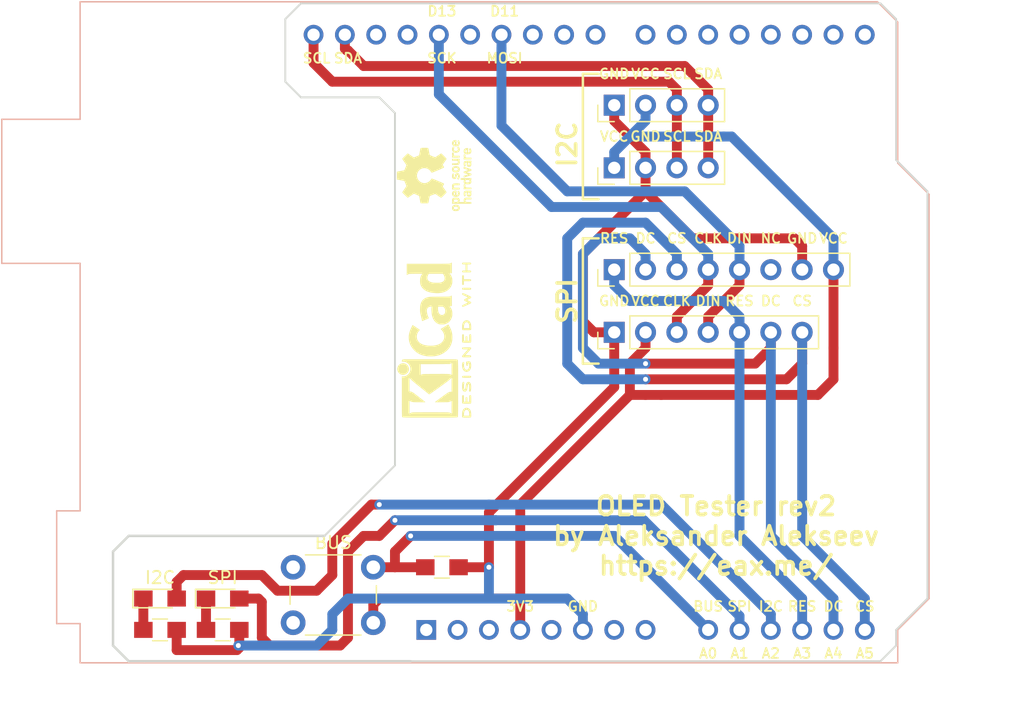
<source format=kicad_pcb>
(kicad_pcb (version 20171130) (host pcbnew "(5.0.0-rc2-dev-252-gb5f1fdd98)")

  (general
    (thickness 1.6)
    (drawings 76)
    (tracks 161)
    (zones 0)
    (modules 13)
    (nets 1)
  )

  (page A4)
  (layers
    (0 F.Cu signal)
    (31 B.Cu signal)
    (32 B.Adhes user)
    (33 F.Adhes user)
    (34 B.Paste user)
    (35 F.Paste user)
    (36 B.SilkS user)
    (37 F.SilkS user)
    (38 B.Mask user)
    (39 F.Mask user)
    (40 Dwgs.User user)
    (41 Cmts.User user)
    (42 Eco1.User user)
    (43 Eco2.User user)
    (44 Edge.Cuts user)
    (45 Margin user)
    (46 B.CrtYd user)
    (47 F.CrtYd user)
    (48 B.Fab user)
    (49 F.Fab user)
  )

  (setup
    (last_trace_width 0.8)
    (trace_clearance 0.4)
    (zone_clearance 0.508)
    (zone_45_only no)
    (trace_min 0.2)
    (segment_width 0.2)
    (edge_width 0.15)
    (via_size 0.8)
    (via_drill 0.4)
    (via_min_size 0.4)
    (via_min_drill 0.3)
    (uvia_size 0.3)
    (uvia_drill 0.1)
    (uvias_allowed no)
    (uvia_min_size 0.2)
    (uvia_min_drill 0.1)
    (pcb_text_width 0.3)
    (pcb_text_size 1.5 1.5)
    (mod_edge_width 0.15)
    (mod_text_size 1 1)
    (mod_text_width 0.15)
    (pad_size 1.6 1.6)
    (pad_drill 1)
    (pad_to_mask_clearance 0.2)
    (aux_axis_origin 0 0)
    (visible_elements FFFFFF7F)
    (pcbplotparams
      (layerselection 0x010fc_ffffffff)
      (usegerberextensions false)
      (usegerberattributes false)
      (usegerberadvancedattributes false)
      (creategerberjobfile false)
      (excludeedgelayer true)
      (linewidth 0.100000)
      (plotframeref false)
      (viasonmask false)
      (mode 1)
      (useauxorigin false)
      (hpglpennumber 1)
      (hpglpenspeed 20)
      (hpglpendiameter 15)
      (psnegative false)
      (psa4output false)
      (plotreference true)
      (plotvalue true)
      (plotinvisibletext false)
      (padsonsilk false)
      (subtractmaskfromsilk false)
      (outputformat 1)
      (mirror false)
      (drillshape 0)
      (scaleselection 1)
      (outputdirectory gerber))
  )

  (net 0 "")

  (net_class Default "This is the default net class."
    (clearance 0.4)
    (trace_width 0.8)
    (via_dia 0.8)
    (via_drill 0.4)
    (uvia_dia 0.3)
    (uvia_drill 0.1)
  )

  (module Resistors_SMD:R_0805_HandSoldering (layer F.Cu) (tedit 5AB0FA54) (tstamp 5AB103A0)
    (at 121.92 60.96)
    (descr "Resistor SMD 0805, hand soldering")
    (tags "resistor 0805")
    (attr smd)
    (fp_text reference I2C (at 0 -1.7) (layer F.SilkS) hide
      (effects (font (size 1 1) (thickness 0.15)))
    )
    (fp_text value R_0805_HandSoldering (at 0 1.75) (layer F.Fab) hide
      (effects (font (size 1 1) (thickness 0.15)))
    )
    (fp_line (start 2.35 0.9) (end -2.35 0.9) (layer F.CrtYd) (width 0.05))
    (fp_line (start 2.35 0.9) (end 2.35 -0.9) (layer F.CrtYd) (width 0.05))
    (fp_line (start -2.35 -0.9) (end -2.35 0.9) (layer F.CrtYd) (width 0.05))
    (fp_line (start -2.35 -0.9) (end 2.35 -0.9) (layer F.CrtYd) (width 0.05))
    (fp_line (start -0.6 -0.88) (end 0.6 -0.88) (layer F.SilkS) (width 0.12))
    (fp_line (start 0.6 0.88) (end -0.6 0.88) (layer F.SilkS) (width 0.12))
    (fp_line (start -1 -0.62) (end 1 -0.62) (layer F.Fab) (width 0.1))
    (fp_line (start 1 -0.62) (end 1 0.62) (layer F.Fab) (width 0.1))
    (fp_line (start 1 0.62) (end -1 0.62) (layer F.Fab) (width 0.1))
    (fp_line (start -1 0.62) (end -1 -0.62) (layer F.Fab) (width 0.1))
    (fp_text user %R (at 0 0) (layer F.Fab)
      (effects (font (size 0.5 0.5) (thickness 0.075)))
    )
    (pad 2 smd rect (at 1.35 0) (size 1.5 1.3) (layers F.Cu F.Paste F.Mask))
    (pad 1 smd rect (at -1.35 0) (size 1.5 1.3) (layers F.Cu F.Paste F.Mask))
    (model ${KISYS3DMOD}/Resistors_SMD.3dshapes/R_0805.wrl
      (at (xyz 0 0 0))
      (scale (xyz 1 1 1))
      (rotate (xyz 0 0 0))
    )
  )

  (module Modules:Arduino_UNO_R3 (layer B.Cu) (tedit 5AD7886F) (tstamp 5AB108B8)
    (at 120.65 66.04)
    (descr "Arduino UNO R3, http://www.mouser.com/pdfdocs/Gravitech_Arduino_Nano3_0.pdf")
    (tags "Arduino UNO R3")
    (fp_text reference REF** (at 1.27 3.81 180) (layer B.SilkS) hide
      (effects (font (size 1 1) (thickness 0.15)) (justify mirror))
    )
    (fp_text value Arduino_UNO_R3 (at 0 -22.86) (layer B.Fab) hide
      (effects (font (size 1 1) (thickness 0.15)) (justify mirror))
    )
    (fp_text user %R (at 0 -20.32 -180) (layer B.Fab)
      (effects (font (size 1 1) (thickness 0.15)) (justify mirror))
    )
    (fp_line (start 38.35 2.79) (end 38.35 0) (layer B.CrtYd) (width 0.05))
    (fp_line (start 38.35 0) (end 40.89 -2.54) (layer B.CrtYd) (width 0.05))
    (fp_line (start 40.89 -2.54) (end 40.89 -35.31) (layer B.CrtYd) (width 0.05))
    (fp_line (start 40.89 -35.31) (end 38.35 -37.85) (layer B.CrtYd) (width 0.05))
    (fp_line (start 38.35 -37.85) (end 38.35 -49.28) (layer B.CrtYd) (width 0.05))
    (fp_line (start 38.35 -49.28) (end 36.58 -51.05) (layer B.CrtYd) (width 0.05))
    (fp_line (start 36.58 -51.05) (end -28.19 -51.05) (layer B.CrtYd) (width 0.05))
    (fp_line (start -28.19 -51.05) (end -28.19 -41.53) (layer B.CrtYd) (width 0.05))
    (fp_line (start -28.19 -41.53) (end -34.54 -41.53) (layer B.CrtYd) (width 0.05))
    (fp_line (start -34.54 -41.53) (end -34.54 -29.59) (layer B.CrtYd) (width 0.05))
    (fp_line (start -34.54 -29.59) (end -28.19 -29.59) (layer B.CrtYd) (width 0.05))
    (fp_line (start -28.19 -29.59) (end -28.19 -9.78) (layer B.CrtYd) (width 0.05))
    (fp_line (start -28.19 -9.78) (end -30.1 -9.78) (layer B.CrtYd) (width 0.05))
    (fp_line (start -30.1 -9.78) (end -30.1 -0.38) (layer B.CrtYd) (width 0.05))
    (fp_line (start -30.1 -0.38) (end -28.19 -0.38) (layer B.CrtYd) (width 0.05))
    (fp_line (start -28.19 -0.38) (end -28.19 2.79) (layer B.CrtYd) (width 0.05))
    (fp_line (start -28.19 2.79) (end 38.35 2.79) (layer B.CrtYd) (width 0.05))
    (fp_line (start 40.77 -35.31) (end 40.77 -2.54) (layer B.SilkS) (width 0.12))
    (fp_line (start 40.77 -2.54) (end 38.23 0) (layer B.SilkS) (width 0.12))
    (fp_line (start 38.23 0) (end 38.23 2.67) (layer B.SilkS) (width 0.12))
    (fp_line (start 38.23 2.67) (end -28.07 2.67) (layer B.SilkS) (width 0.12))
    (fp_line (start -28.07 2.67) (end -28.07 -0.51) (layer B.SilkS) (width 0.12))
    (fp_line (start -28.07 -0.51) (end -29.97 -0.51) (layer B.SilkS) (width 0.12))
    (fp_line (start -29.97 -0.51) (end -29.97 -9.65) (layer B.SilkS) (width 0.12))
    (fp_line (start -29.97 -9.65) (end -28.07 -9.65) (layer B.SilkS) (width 0.12))
    (fp_line (start -28.07 -9.65) (end -28.07 -29.72) (layer B.SilkS) (width 0.12))
    (fp_line (start -28.07 -29.72) (end -34.42 -29.72) (layer B.SilkS) (width 0.12))
    (fp_line (start -34.42 -29.72) (end -34.42 -41.4) (layer B.SilkS) (width 0.12))
    (fp_line (start -34.42 -41.4) (end -28.07 -41.4) (layer B.SilkS) (width 0.12))
    (fp_line (start -28.07 -41.4) (end -28.07 -50.93) (layer B.SilkS) (width 0.12))
    (fp_line (start -28.07 -50.93) (end 36.58 -50.93) (layer B.SilkS) (width 0.12))
    (fp_line (start 36.58 -50.93) (end 38.23 -49.28) (layer B.SilkS) (width 0.12))
    (fp_line (start 38.23 -49.28) (end 38.23 -37.85) (layer B.SilkS) (width 0.12))
    (fp_line (start 38.23 -37.85) (end 40.77 -35.31) (layer B.SilkS) (width 0.12))
    (fp_line (start -34.29 -29.84) (end -18.41 -29.84) (layer B.Fab) (width 0.1))
    (fp_line (start -18.41 -29.84) (end -18.41 -41.27) (layer B.Fab) (width 0.1))
    (fp_line (start -18.41 -41.27) (end -34.29 -41.27) (layer B.Fab) (width 0.1))
    (fp_line (start -34.29 -41.27) (end -34.29 -29.84) (layer B.Fab) (width 0.1))
    (fp_line (start -29.84 -0.64) (end -16.51 -0.64) (layer B.Fab) (width 0.1))
    (fp_line (start -16.51 -0.64) (end -16.51 -9.53) (layer B.Fab) (width 0.1))
    (fp_line (start -16.51 -9.53) (end -29.84 -9.53) (layer B.Fab) (width 0.1))
    (fp_line (start -29.84 -9.53) (end -29.84 -0.64) (layer B.Fab) (width 0.1))
    (fp_line (start 38.1 -37.85) (end 38.1 -49.28) (layer B.Fab) (width 0.1))
    (fp_line (start 40.64 -2.54) (end 40.64 -35.31) (layer B.Fab) (width 0.1))
    (fp_line (start 40.64 -35.31) (end 38.1 -37.85) (layer B.Fab) (width 0.1))
    (fp_line (start 38.1 2.54) (end 38.1 0) (layer B.Fab) (width 0.1))
    (fp_line (start 38.1 0) (end 40.64 -2.54) (layer B.Fab) (width 0.1))
    (fp_line (start 38.1 -49.28) (end 36.58 -50.8) (layer B.Fab) (width 0.1))
    (fp_line (start 36.58 -50.8) (end -27.94 -50.8) (layer B.Fab) (width 0.1))
    (fp_line (start -27.94 -50.8) (end -27.94 2.54) (layer B.Fab) (width 0.1))
    (fp_line (start -27.94 2.54) (end 38.1 2.54) (layer B.Fab) (width 0.1))
    (pad 32 thru_hole oval (at -9.14 -48.26 270) (size 1.6 1.6) (drill 1) (layers *.Cu *.Mask))
    (pad 31 thru_hole oval (at -6.6 -48.26 270) (size 1.6 1.6) (drill 1) (layers *.Cu *.Mask))
    (pad 1 thru_hole rect (at 0 0 270) (size 1.6 1.6) (drill 1) (layers *.Cu *.Mask))
    (pad 17 thru_hole oval (at 30.48 -48.26 270) (size 1.6 1.6) (drill 1) (layers *.Cu *.Mask))
    (pad 2 thru_hole oval (at 2.54 0 270) (size 1.6 1.6) (drill 1) (layers *.Cu *.Mask))
    (pad 18 thru_hole oval (at 27.94 -48.26 270) (size 1.6 1.6) (drill 1) (layers *.Cu *.Mask))
    (pad 3 thru_hole oval (at 5.08 0 270) (size 1.6 1.6) (drill 1) (layers *.Cu *.Mask))
    (pad 19 thru_hole oval (at 25.4 -48.26 270) (size 1.6 1.6) (drill 1) (layers *.Cu *.Mask))
    (pad 4 thru_hole oval (at 7.62 0 270) (size 1.6 1.6) (drill 1) (layers *.Cu *.Mask))
    (pad 20 thru_hole oval (at 22.86 -48.26 270) (size 1.6 1.6) (drill 1) (layers *.Cu *.Mask))
    (pad 5 thru_hole oval (at 10.16 0 270) (size 1.6 1.6) (drill 1) (layers *.Cu *.Mask))
    (pad 21 thru_hole oval (at 20.32 -48.26 270) (size 1.6 1.6) (drill 1) (layers *.Cu *.Mask))
    (pad 6 thru_hole oval (at 12.7 0 270) (size 1.6 1.6) (drill 1) (layers *.Cu *.Mask))
    (pad 22 thru_hole oval (at 17.78 -48.26 270) (size 1.6 1.6) (drill 1) (layers *.Cu *.Mask))
    (pad 7 thru_hole oval (at 15.24 0 270) (size 1.6 1.6) (drill 1) (layers *.Cu *.Mask))
    (pad 23 thru_hole oval (at 13.72 -48.26 270) (size 1.6 1.6) (drill 1) (layers *.Cu *.Mask))
    (pad 8 thru_hole oval (at 17.78 0 270) (size 1.6 1.6) (drill 1) (layers *.Cu *.Mask))
    (pad 24 thru_hole oval (at 11.18 -48.26 270) (size 1.6 1.6) (drill 1) (layers *.Cu *.Mask))
    (pad 9 thru_hole oval (at 22.86 0 270) (size 1.6 1.6) (drill 1) (layers *.Cu *.Mask))
    (pad 25 thru_hole oval (at 8.64 -48.26 270) (size 1.6 1.6) (drill 1) (layers *.Cu *.Mask))
    (pad 10 thru_hole oval (at 25.4 0 270) (size 1.6 1.6) (drill 1) (layers *.Cu *.Mask))
    (pad 26 thru_hole oval (at 6.1 -48.26 270) (size 1.6 1.6) (drill 1) (layers *.Cu *.Mask))
    (pad 11 thru_hole oval (at 27.94 0 270) (size 1.6 1.6) (drill 1) (layers *.Cu *.Mask))
    (pad 27 thru_hole oval (at 3.56 -48.26 270) (size 1.6 1.6) (drill 1) (layers *.Cu *.Mask))
    (pad 12 thru_hole oval (at 30.48 0 270) (size 1.6 1.6) (drill 1) (layers *.Cu *.Mask))
    (pad 28 thru_hole oval (at 1.02 -48.26 270) (size 1.6 1.6) (drill 1) (layers *.Cu *.Mask))
    (pad 13 thru_hole oval (at 33.02 0 270) (size 1.6 1.6) (drill 1) (layers *.Cu *.Mask))
    (pad 29 thru_hole oval (at -1.52 -48.26 270) (size 1.6 1.6) (drill 1) (layers *.Cu *.Mask))
    (pad 14 thru_hole oval (at 35.56 0 270) (size 1.6 1.6) (drill 1) (layers *.Cu *.Mask))
    (pad 30 thru_hole oval (at -4.06 -48.26 270) (size 1.6 1.6) (drill 1) (layers *.Cu *.Mask))
    (pad 15 thru_hole oval (at 35.56 -48.26 270) (size 1.6 1.6) (drill 1) (layers *.Cu *.Mask))
    (pad 16 thru_hole oval (at 33.02 -48.26 270) (size 1.6 1.6) (drill 1) (layers *.Cu *.Mask))
  )

  (module Socket_Strips:Socket_Strip_Straight_1x04_Pitch2.54mm (layer F.Cu) (tedit 5AB0F740) (tstamp 5AB11462)
    (at 135.89 23.495 90)
    (descr "Through hole straight socket strip, 1x04, 2.54mm pitch, single row")
    (tags "Through hole socket strip THT 1x04 2.54mm single row")
    (fp_text reference REF** (at 0 -2.33 90) (layer F.SilkS) hide
      (effects (font (size 1 1) (thickness 0.15)))
    )
    (fp_text value Socket_Strip_Straight_1x04_Pitch2.54mm (at 0 9.95 90) (layer F.Fab) hide
      (effects (font (size 1 1) (thickness 0.15)))
    )
    (fp_line (start -1.27 -1.27) (end -1.27 8.89) (layer F.Fab) (width 0.1))
    (fp_line (start -1.27 8.89) (end 1.27 8.89) (layer F.Fab) (width 0.1))
    (fp_line (start 1.27 8.89) (end 1.27 -1.27) (layer F.Fab) (width 0.1))
    (fp_line (start 1.27 -1.27) (end -1.27 -1.27) (layer F.Fab) (width 0.1))
    (fp_line (start -1.33 1.27) (end -1.33 8.95) (layer F.SilkS) (width 0.12))
    (fp_line (start -1.33 8.95) (end 1.33 8.95) (layer F.SilkS) (width 0.12))
    (fp_line (start 1.33 8.95) (end 1.33 1.27) (layer F.SilkS) (width 0.12))
    (fp_line (start 1.33 1.27) (end -1.33 1.27) (layer F.SilkS) (width 0.12))
    (fp_line (start -1.33 0) (end -1.33 -1.33) (layer F.SilkS) (width 0.12))
    (fp_line (start -1.33 -1.33) (end 0 -1.33) (layer F.SilkS) (width 0.12))
    (fp_line (start -1.8 -1.8) (end -1.8 9.4) (layer F.CrtYd) (width 0.05))
    (fp_line (start -1.8 9.4) (end 1.8 9.4) (layer F.CrtYd) (width 0.05))
    (fp_line (start 1.8 9.4) (end 1.8 -1.8) (layer F.CrtYd) (width 0.05))
    (fp_line (start 1.8 -1.8) (end -1.8 -1.8) (layer F.CrtYd) (width 0.05))
    (fp_text user %R (at 0 -2.33 90) (layer F.Fab)
      (effects (font (size 1 1) (thickness 0.15)))
    )
    (pad 1 thru_hole rect (at 0 0 90) (size 1.7 1.7) (drill 1) (layers *.Cu *.Mask))
    (pad 2 thru_hole oval (at 0 2.54 90) (size 1.7 1.7) (drill 1) (layers *.Cu *.Mask))
    (pad 3 thru_hole oval (at 0 5.08 90) (size 1.7 1.7) (drill 1) (layers *.Cu *.Mask))
    (pad 4 thru_hole oval (at 0 7.62 90) (size 1.7 1.7) (drill 1) (layers *.Cu *.Mask))
    (model ${KISYS3DMOD}/Socket_Strips.3dshapes/Socket_Strip_Straight_1x04_Pitch2.54mm.wrl
      (offset (xyz 0 -3.809999942779541 0))
      (scale (xyz 1 1 1))
      (rotate (xyz 0 0 270))
    )
  )

  (module Socket_Strips:Socket_Strip_Straight_1x04_Pitch2.54mm (layer F.Cu) (tedit 5AB0F74B) (tstamp 5AB11465)
    (at 135.89 28.575 90)
    (descr "Through hole straight socket strip, 1x04, 2.54mm pitch, single row")
    (tags "Through hole socket strip THT 1x04 2.54mm single row")
    (fp_text reference REF** (at 0 -2.33 90) (layer F.SilkS) hide
      (effects (font (size 1 1) (thickness 0.15)))
    )
    (fp_text value Socket_Strip_Straight_1x04_Pitch2.54mm (at 0 9.95 90) (layer F.Fab) hide
      (effects (font (size 1 1) (thickness 0.15)))
    )
    (fp_line (start -1.27 -1.27) (end -1.27 8.89) (layer F.Fab) (width 0.1))
    (fp_line (start -1.27 8.89) (end 1.27 8.89) (layer F.Fab) (width 0.1))
    (fp_line (start 1.27 8.89) (end 1.27 -1.27) (layer F.Fab) (width 0.1))
    (fp_line (start 1.27 -1.27) (end -1.27 -1.27) (layer F.Fab) (width 0.1))
    (fp_line (start -1.33 1.27) (end -1.33 8.95) (layer F.SilkS) (width 0.12))
    (fp_line (start -1.33 8.95) (end 1.33 8.95) (layer F.SilkS) (width 0.12))
    (fp_line (start 1.33 8.95) (end 1.33 1.27) (layer F.SilkS) (width 0.12))
    (fp_line (start 1.33 1.27) (end -1.33 1.27) (layer F.SilkS) (width 0.12))
    (fp_line (start -1.33 0) (end -1.33 -1.33) (layer F.SilkS) (width 0.12))
    (fp_line (start -1.33 -1.33) (end 0 -1.33) (layer F.SilkS) (width 0.12))
    (fp_line (start -1.8 -1.8) (end -1.8 9.4) (layer F.CrtYd) (width 0.05))
    (fp_line (start -1.8 9.4) (end 1.8 9.4) (layer F.CrtYd) (width 0.05))
    (fp_line (start 1.8 9.4) (end 1.8 -1.8) (layer F.CrtYd) (width 0.05))
    (fp_line (start 1.8 -1.8) (end -1.8 -1.8) (layer F.CrtYd) (width 0.05))
    (fp_text user %R (at 0 -2.33 90) (layer F.Fab)
      (effects (font (size 1 1) (thickness 0.15)))
    )
    (pad 1 thru_hole rect (at 0 0 90) (size 1.7 1.7) (drill 1) (layers *.Cu *.Mask))
    (pad 2 thru_hole oval (at 0 2.54 90) (size 1.7 1.7) (drill 1) (layers *.Cu *.Mask))
    (pad 3 thru_hole oval (at 0 5.08 90) (size 1.7 1.7) (drill 1) (layers *.Cu *.Mask))
    (pad 4 thru_hole oval (at 0 7.62 90) (size 1.7 1.7) (drill 1) (layers *.Cu *.Mask))
    (model ${KISYS3DMOD}/Socket_Strips.3dshapes/Socket_Strip_Straight_1x04_Pitch2.54mm.wrl
      (offset (xyz 0 -3.809999942779541 0))
      (scale (xyz 1 1 1))
      (rotate (xyz 0 0 270))
    )
  )

  (module Socket_Strips:Socket_Strip_Straight_1x07_Pitch2.54mm (layer F.Cu) (tedit 5AB0F78D) (tstamp 5AB115E6)
    (at 135.89 41.91 90)
    (descr "Through hole straight socket strip, 1x07, 2.54mm pitch, single row")
    (tags "Through hole socket strip THT 1x07 2.54mm single row")
    (fp_text reference REF** (at 0 -2.33 90) (layer F.SilkS) hide
      (effects (font (size 1 1) (thickness 0.15)))
    )
    (fp_text value Socket_Strip_Straight_1x07_Pitch2.54mm (at 0 17.57 90) (layer F.Fab) hide
      (effects (font (size 1 1) (thickness 0.15)))
    )
    (fp_line (start -1.27 -1.27) (end -1.27 16.51) (layer F.Fab) (width 0.1))
    (fp_line (start -1.27 16.51) (end 1.27 16.51) (layer F.Fab) (width 0.1))
    (fp_line (start 1.27 16.51) (end 1.27 -1.27) (layer F.Fab) (width 0.1))
    (fp_line (start 1.27 -1.27) (end -1.27 -1.27) (layer F.Fab) (width 0.1))
    (fp_line (start -1.33 1.27) (end -1.33 16.57) (layer F.SilkS) (width 0.12))
    (fp_line (start -1.33 16.57) (end 1.33 16.57) (layer F.SilkS) (width 0.12))
    (fp_line (start 1.33 16.57) (end 1.33 1.27) (layer F.SilkS) (width 0.12))
    (fp_line (start 1.33 1.27) (end -1.33 1.27) (layer F.SilkS) (width 0.12))
    (fp_line (start -1.33 0) (end -1.33 -1.33) (layer F.SilkS) (width 0.12))
    (fp_line (start -1.33 -1.33) (end 0 -1.33) (layer F.SilkS) (width 0.12))
    (fp_line (start -1.8 -1.8) (end -1.8 17.05) (layer F.CrtYd) (width 0.05))
    (fp_line (start -1.8 17.05) (end 1.8 17.05) (layer F.CrtYd) (width 0.05))
    (fp_line (start 1.8 17.05) (end 1.8 -1.8) (layer F.CrtYd) (width 0.05))
    (fp_line (start 1.8 -1.8) (end -1.8 -1.8) (layer F.CrtYd) (width 0.05))
    (fp_text user %R (at 0 -2.33 90) (layer F.Fab)
      (effects (font (size 1 1) (thickness 0.15)))
    )
    (pad 1 thru_hole rect (at 0 0 90) (size 1.7 1.7) (drill 1) (layers *.Cu *.Mask))
    (pad 2 thru_hole oval (at 0 2.54 90) (size 1.7 1.7) (drill 1) (layers *.Cu *.Mask))
    (pad 3 thru_hole oval (at 0 5.08 90) (size 1.7 1.7) (drill 1) (layers *.Cu *.Mask))
    (pad 4 thru_hole oval (at 0 7.62 90) (size 1.7 1.7) (drill 1) (layers *.Cu *.Mask))
    (pad 5 thru_hole oval (at 0 10.16 90) (size 1.7 1.7) (drill 1) (layers *.Cu *.Mask))
    (pad 6 thru_hole oval (at 0 12.7 90) (size 1.7 1.7) (drill 1) (layers *.Cu *.Mask))
    (pad 7 thru_hole oval (at 0 15.24 90) (size 1.7 1.7) (drill 1) (layers *.Cu *.Mask))
    (model ${KISYS3DMOD}/Socket_Strips.3dshapes/Socket_Strip_Straight_1x07_Pitch2.54mm.wrl
      (offset (xyz 0 -7.619999885559082 0))
      (scale (xyz 1 1 1))
      (rotate (xyz 0 0 270))
    )
  )

  (module Socket_Strips:Socket_Strip_Straight_1x08_Pitch2.54mm (layer F.Cu) (tedit 5AB0F79D) (tstamp 5AB115ED)
    (at 135.89 36.83 90)
    (descr "Through hole straight socket strip, 1x08, 2.54mm pitch, single row")
    (tags "Through hole socket strip THT 1x08 2.54mm single row")
    (fp_text reference REF** (at 0 -2.33 90) (layer F.SilkS) hide
      (effects (font (size 1 1) (thickness 0.15)))
    )
    (fp_text value Socket_Strip_Straight_1x08_Pitch2.54mm (at 0 20.11 90) (layer F.Fab) hide
      (effects (font (size 1 1) (thickness 0.15)))
    )
    (fp_line (start -1.27 -1.27) (end -1.27 19.05) (layer F.Fab) (width 0.1))
    (fp_line (start -1.27 19.05) (end 1.27 19.05) (layer F.Fab) (width 0.1))
    (fp_line (start 1.27 19.05) (end 1.27 -1.27) (layer F.Fab) (width 0.1))
    (fp_line (start 1.27 -1.27) (end -1.27 -1.27) (layer F.Fab) (width 0.1))
    (fp_line (start -1.33 1.27) (end -1.33 19.11) (layer F.SilkS) (width 0.12))
    (fp_line (start -1.33 19.11) (end 1.33 19.11) (layer F.SilkS) (width 0.12))
    (fp_line (start 1.33 19.11) (end 1.33 1.27) (layer F.SilkS) (width 0.12))
    (fp_line (start 1.33 1.27) (end -1.33 1.27) (layer F.SilkS) (width 0.12))
    (fp_line (start -1.33 0) (end -1.33 -1.33) (layer F.SilkS) (width 0.12))
    (fp_line (start -1.33 -1.33) (end 0 -1.33) (layer F.SilkS) (width 0.12))
    (fp_line (start -1.8 -1.8) (end -1.8 19.55) (layer F.CrtYd) (width 0.05))
    (fp_line (start -1.8 19.55) (end 1.8 19.55) (layer F.CrtYd) (width 0.05))
    (fp_line (start 1.8 19.55) (end 1.8 -1.8) (layer F.CrtYd) (width 0.05))
    (fp_line (start 1.8 -1.8) (end -1.8 -1.8) (layer F.CrtYd) (width 0.05))
    (fp_text user %R (at 0 -2.33 90) (layer F.Fab)
      (effects (font (size 1 1) (thickness 0.15)))
    )
    (pad 1 thru_hole rect (at 0 0 90) (size 1.7 1.7) (drill 1) (layers *.Cu *.Mask))
    (pad 2 thru_hole oval (at 0 2.54 90) (size 1.7 1.7) (drill 1) (layers *.Cu *.Mask))
    (pad 3 thru_hole oval (at 0 5.08 90) (size 1.7 1.7) (drill 1) (layers *.Cu *.Mask))
    (pad 4 thru_hole oval (at 0 7.62 90) (size 1.7 1.7) (drill 1) (layers *.Cu *.Mask))
    (pad 5 thru_hole oval (at 0 10.16 90) (size 1.7 1.7) (drill 1) (layers *.Cu *.Mask))
    (pad 6 thru_hole oval (at 0 12.7 90) (size 1.7 1.7) (drill 1) (layers *.Cu *.Mask))
    (pad 7 thru_hole oval (at 0 15.24 90) (size 1.7 1.7) (drill 1) (layers *.Cu *.Mask))
    (pad 8 thru_hole oval (at 0 17.78 90) (size 1.7 1.7) (drill 1) (layers *.Cu *.Mask))
    (model ${KISYS3DMOD}/Socket_Strips.3dshapes/Socket_Strip_Straight_1x08_Pitch2.54mm.wrl
      (offset (xyz 0 -8.889999866485596 0))
      (scale (xyz 1 1 1))
      (rotate (xyz 0 0 270))
    )
  )

  (module Buttons_Switches_THT:SW_PUSH_6mm_h4.3mm (layer F.Cu) (tedit 5AB0FAA3) (tstamp 5AB0F8AF)
    (at 109.855 60.96)
    (descr "tactile push button, 6x6mm e.g. PHAP33xx series, height=4.3mm")
    (tags "tact sw push 6mm")
    (fp_text reference BUS (at 3.25 -2) (layer F.SilkS)
      (effects (font (size 1 1) (thickness 0.15)))
    )
    (fp_text value SW_PUSH_6mm_h4.3mm (at 3.75 6.7) (layer F.Fab) hide
      (effects (font (size 1 1) (thickness 0.15)))
    )
    (fp_text user %R (at 3.25 2.25) (layer F.Fab)
      (effects (font (size 1 1) (thickness 0.15)))
    )
    (fp_line (start 3.25 -0.75) (end 6.25 -0.75) (layer F.Fab) (width 0.1))
    (fp_line (start 6.25 -0.75) (end 6.25 5.25) (layer F.Fab) (width 0.1))
    (fp_line (start 6.25 5.25) (end 0.25 5.25) (layer F.Fab) (width 0.1))
    (fp_line (start 0.25 5.25) (end 0.25 -0.75) (layer F.Fab) (width 0.1))
    (fp_line (start 0.25 -0.75) (end 3.25 -0.75) (layer F.Fab) (width 0.1))
    (fp_line (start 7.75 6) (end 8 6) (layer F.CrtYd) (width 0.05))
    (fp_line (start 8 6) (end 8 5.75) (layer F.CrtYd) (width 0.05))
    (fp_line (start 7.75 -1.5) (end 8 -1.5) (layer F.CrtYd) (width 0.05))
    (fp_line (start 8 -1.5) (end 8 -1.25) (layer F.CrtYd) (width 0.05))
    (fp_line (start -1.5 -1.25) (end -1.5 -1.5) (layer F.CrtYd) (width 0.05))
    (fp_line (start -1.5 -1.5) (end -1.25 -1.5) (layer F.CrtYd) (width 0.05))
    (fp_line (start -1.5 5.75) (end -1.5 6) (layer F.CrtYd) (width 0.05))
    (fp_line (start -1.5 6) (end -1.25 6) (layer F.CrtYd) (width 0.05))
    (fp_line (start -1.25 -1.5) (end 7.75 -1.5) (layer F.CrtYd) (width 0.05))
    (fp_line (start -1.5 5.75) (end -1.5 -1.25) (layer F.CrtYd) (width 0.05))
    (fp_line (start 7.75 6) (end -1.25 6) (layer F.CrtYd) (width 0.05))
    (fp_line (start 8 -1.25) (end 8 5.75) (layer F.CrtYd) (width 0.05))
    (fp_line (start 1 5.5) (end 5.5 5.5) (layer F.SilkS) (width 0.12))
    (fp_line (start -0.25 1.5) (end -0.25 3) (layer F.SilkS) (width 0.12))
    (fp_line (start 5.5 -1) (end 1 -1) (layer F.SilkS) (width 0.12))
    (fp_line (start 6.75 3) (end 6.75 1.5) (layer F.SilkS) (width 0.12))
    (fp_circle (center 3.25 2.25) (end 1.25 2.5) (layer F.Fab) (width 0.1))
    (pad 2 thru_hole circle (at 0 4.5 90) (size 2 2) (drill 1.1) (layers *.Cu *.Mask))
    (pad 1 thru_hole circle (at 0 0 90) (size 2 2) (drill 1.1) (layers *.Cu *.Mask))
    (pad 2 thru_hole circle (at 6.5 4.5 90) (size 2 2) (drill 1.1) (layers *.Cu *.Mask))
    (pad 1 thru_hole circle (at 6.5 0 90) (size 2 2) (drill 1.1) (layers *.Cu *.Mask))
    (model ${KISYS3DMOD}/Buttons_Switches_THT.3dshapes/SW_PUSH_6mm_h4.3mm.wrl
      (offset (xyz 0.1269999980926514 0 0))
      (scale (xyz 0.3937 0.3937 0.3937))
      (rotate (xyz 0 0 0))
    )
  )

  (module LEDs:LED_0805_HandSoldering (layer F.Cu) (tedit 5AB0FAB2) (tstamp 5AB0F955)
    (at 104.14 63.5)
    (descr "Resistor SMD 0805, hand soldering")
    (tags "resistor 0805")
    (attr smd)
    (fp_text reference SPI (at 0 -1.7) (layer F.SilkS)
      (effects (font (size 1 1) (thickness 0.15)))
    )
    (fp_text value LED_0805_HandSoldering (at 0 1.75) (layer F.Fab) hide
      (effects (font (size 1 1) (thickness 0.15)))
    )
    (fp_line (start -0.4 -0.4) (end -0.4 0.4) (layer F.Fab) (width 0.1))
    (fp_line (start -0.4 0) (end 0.2 -0.4) (layer F.Fab) (width 0.1))
    (fp_line (start 0.2 0.4) (end -0.4 0) (layer F.Fab) (width 0.1))
    (fp_line (start 0.2 -0.4) (end 0.2 0.4) (layer F.Fab) (width 0.1))
    (fp_line (start -1 0.62) (end -1 -0.62) (layer F.Fab) (width 0.1))
    (fp_line (start 1 0.62) (end -1 0.62) (layer F.Fab) (width 0.1))
    (fp_line (start 1 -0.62) (end 1 0.62) (layer F.Fab) (width 0.1))
    (fp_line (start -1 -0.62) (end 1 -0.62) (layer F.Fab) (width 0.1))
    (fp_line (start 1 0.75) (end -2.2 0.75) (layer F.SilkS) (width 0.12))
    (fp_line (start -2.2 -0.75) (end 1 -0.75) (layer F.SilkS) (width 0.12))
    (fp_line (start -2.35 -0.9) (end 2.35 -0.9) (layer F.CrtYd) (width 0.05))
    (fp_line (start -2.35 -0.9) (end -2.35 0.9) (layer F.CrtYd) (width 0.05))
    (fp_line (start 2.35 0.9) (end 2.35 -0.9) (layer F.CrtYd) (width 0.05))
    (fp_line (start 2.35 0.9) (end -2.35 0.9) (layer F.CrtYd) (width 0.05))
    (fp_line (start -2.2 -0.75) (end -2.2 0.75) (layer F.SilkS) (width 0.12))
    (pad 1 smd rect (at -1.35 0) (size 1.5 1.3) (layers F.Cu F.Paste F.Mask))
    (pad 2 smd rect (at 1.35 0) (size 1.5 1.3) (layers F.Cu F.Paste F.Mask))
    (model ${KISYS3DMOD}/LEDs.3dshapes/LED_0805.wrl
      (at (xyz 0 0 0))
      (scale (xyz 1 1 1))
      (rotate (xyz 0 0 0))
    )
  )

  (module LEDs:LED_0805_HandSoldering (layer F.Cu) (tedit 5AB0FA75) (tstamp 5AB0F9AF)
    (at 99.06 63.5)
    (descr "Resistor SMD 0805, hand soldering")
    (tags "resistor 0805")
    (attr smd)
    (fp_text reference I2C (at 0 -1.7) (layer F.SilkS)
      (effects (font (size 1 1) (thickness 0.15)))
    )
    (fp_text value LED_0805_HandSoldering (at 0 1.75) (layer F.Fab) hide
      (effects (font (size 1 1) (thickness 0.15)))
    )
    (fp_line (start -0.4 -0.4) (end -0.4 0.4) (layer F.Fab) (width 0.1))
    (fp_line (start -0.4 0) (end 0.2 -0.4) (layer F.Fab) (width 0.1))
    (fp_line (start 0.2 0.4) (end -0.4 0) (layer F.Fab) (width 0.1))
    (fp_line (start 0.2 -0.4) (end 0.2 0.4) (layer F.Fab) (width 0.1))
    (fp_line (start -1 0.62) (end -1 -0.62) (layer F.Fab) (width 0.1))
    (fp_line (start 1 0.62) (end -1 0.62) (layer F.Fab) (width 0.1))
    (fp_line (start 1 -0.62) (end 1 0.62) (layer F.Fab) (width 0.1))
    (fp_line (start -1 -0.62) (end 1 -0.62) (layer F.Fab) (width 0.1))
    (fp_line (start 1 0.75) (end -2.2 0.75) (layer F.SilkS) (width 0.12))
    (fp_line (start -2.2 -0.75) (end 1 -0.75) (layer F.SilkS) (width 0.12))
    (fp_line (start -2.35 -0.9) (end 2.35 -0.9) (layer F.CrtYd) (width 0.05))
    (fp_line (start -2.35 -0.9) (end -2.35 0.9) (layer F.CrtYd) (width 0.05))
    (fp_line (start 2.35 0.9) (end 2.35 -0.9) (layer F.CrtYd) (width 0.05))
    (fp_line (start 2.35 0.9) (end -2.35 0.9) (layer F.CrtYd) (width 0.05))
    (fp_line (start -2.2 -0.75) (end -2.2 0.75) (layer F.SilkS) (width 0.12))
    (pad 1 smd rect (at -1.35 0) (size 1.5 1.3) (layers F.Cu F.Paste F.Mask))
    (pad 2 smd rect (at 1.35 0) (size 1.5 1.3) (layers F.Cu F.Paste F.Mask))
    (model ${KISYS3DMOD}/LEDs.3dshapes/LED_0805.wrl
      (at (xyz 0 0 0))
      (scale (xyz 1 1 1))
      (rotate (xyz 0 0 0))
    )
  )

  (module Resistors_SMD:R_0805_HandSoldering (layer F.Cu) (tedit 5AB0FA54) (tstamp 5AB0FA68)
    (at 104.14 66.04)
    (descr "Resistor SMD 0805, hand soldering")
    (tags "resistor 0805")
    (attr smd)
    (fp_text reference I2C (at 0 -1.7) (layer F.SilkS) hide
      (effects (font (size 1 1) (thickness 0.15)))
    )
    (fp_text value R_0805_HandSoldering (at 0 1.75) (layer F.Fab) hide
      (effects (font (size 1 1) (thickness 0.15)))
    )
    (fp_text user %R (at 0 0) (layer F.Fab)
      (effects (font (size 0.5 0.5) (thickness 0.075)))
    )
    (fp_line (start -1 0.62) (end -1 -0.62) (layer F.Fab) (width 0.1))
    (fp_line (start 1 0.62) (end -1 0.62) (layer F.Fab) (width 0.1))
    (fp_line (start 1 -0.62) (end 1 0.62) (layer F.Fab) (width 0.1))
    (fp_line (start -1 -0.62) (end 1 -0.62) (layer F.Fab) (width 0.1))
    (fp_line (start 0.6 0.88) (end -0.6 0.88) (layer F.SilkS) (width 0.12))
    (fp_line (start -0.6 -0.88) (end 0.6 -0.88) (layer F.SilkS) (width 0.12))
    (fp_line (start -2.35 -0.9) (end 2.35 -0.9) (layer F.CrtYd) (width 0.05))
    (fp_line (start -2.35 -0.9) (end -2.35 0.9) (layer F.CrtYd) (width 0.05))
    (fp_line (start 2.35 0.9) (end 2.35 -0.9) (layer F.CrtYd) (width 0.05))
    (fp_line (start 2.35 0.9) (end -2.35 0.9) (layer F.CrtYd) (width 0.05))
    (pad 1 smd rect (at -1.35 0) (size 1.5 1.3) (layers F.Cu F.Paste F.Mask))
    (pad 2 smd rect (at 1.35 0) (size 1.5 1.3) (layers F.Cu F.Paste F.Mask))
    (model ${KISYS3DMOD}/Resistors_SMD.3dshapes/R_0805.wrl
      (at (xyz 0 0 0))
      (scale (xyz 1 1 1))
      (rotate (xyz 0 0 0))
    )
  )

  (module Resistors_SMD:R_0805_HandSoldering (layer F.Cu) (tedit 5AB0FA2E) (tstamp 5AB0FA36)
    (at 99.06 66.04)
    (descr "Resistor SMD 0805, hand soldering")
    (tags "resistor 0805")
    (attr smd)
    (fp_text reference REF** (at 0 -1.7) (layer F.SilkS) hide
      (effects (font (size 1 1) (thickness 0.15)))
    )
    (fp_text value R_0805_HandSoldering (at 0 1.75) (layer F.Fab) hide
      (effects (font (size 1 1) (thickness 0.15)))
    )
    (fp_text user %R (at 0 0) (layer F.Fab)
      (effects (font (size 0.5 0.5) (thickness 0.075)))
    )
    (fp_line (start -1 0.62) (end -1 -0.62) (layer F.Fab) (width 0.1))
    (fp_line (start 1 0.62) (end -1 0.62) (layer F.Fab) (width 0.1))
    (fp_line (start 1 -0.62) (end 1 0.62) (layer F.Fab) (width 0.1))
    (fp_line (start -1 -0.62) (end 1 -0.62) (layer F.Fab) (width 0.1))
    (fp_line (start 0.6 0.88) (end -0.6 0.88) (layer F.SilkS) (width 0.12))
    (fp_line (start -0.6 -0.88) (end 0.6 -0.88) (layer F.SilkS) (width 0.12))
    (fp_line (start -2.35 -0.9) (end 2.35 -0.9) (layer F.CrtYd) (width 0.05))
    (fp_line (start -2.35 -0.9) (end -2.35 0.9) (layer F.CrtYd) (width 0.05))
    (fp_line (start 2.35 0.9) (end 2.35 -0.9) (layer F.CrtYd) (width 0.05))
    (fp_line (start 2.35 0.9) (end -2.35 0.9) (layer F.CrtYd) (width 0.05))
    (pad 1 smd rect (at -1.35 0) (size 1.5 1.3) (layers F.Cu F.Paste F.Mask))
    (pad 2 smd rect (at 1.35 0) (size 1.5 1.3) (layers F.Cu F.Paste F.Mask))
    (model ${KISYS3DMOD}/Resistors_SMD.3dshapes/R_0805.wrl
      (at (xyz 0 0 0))
      (scale (xyz 1 1 1))
      (rotate (xyz 0 0 0))
    )
  )

  (module Symbols:OSHW-Logo_5.7x6mm_SilkScreen (layer F.Cu) (tedit 0) (tstamp 5AB1199C)
    (at 121.285 29.21 90)
    (descr "Open Source Hardware Logo")
    (tags "Logo OSHW")
    (attr virtual)
    (fp_text reference REF*** (at 0 0 90) (layer F.SilkS) hide
      (effects (font (size 1 1) (thickness 0.15)))
    )
    (fp_text value OSHW-Logo_5.7x6mm_SilkScreen (at 0.75 0 90) (layer F.Fab) hide
      (effects (font (size 1 1) (thickness 0.15)))
    )
    (fp_poly (pts (xy -1.908759 1.469184) (xy -1.882247 1.482282) (xy -1.849553 1.505106) (xy -1.825725 1.529996)
      (xy -1.809406 1.561249) (xy -1.79924 1.603166) (xy -1.793872 1.660044) (xy -1.791944 1.736184)
      (xy -1.791831 1.768917) (xy -1.792161 1.840656) (xy -1.793527 1.891927) (xy -1.7965 1.927404)
      (xy -1.801649 1.951763) (xy -1.809543 1.96968) (xy -1.817757 1.981902) (xy -1.870187 2.033905)
      (xy -1.93193 2.065184) (xy -1.998536 2.074592) (xy -2.065558 2.06098) (xy -2.086792 2.051354)
      (xy -2.137624 2.024859) (xy -2.137624 2.440052) (xy -2.100525 2.420868) (xy -2.051643 2.406025)
      (xy -1.991561 2.402222) (xy -1.931564 2.409243) (xy -1.886256 2.425013) (xy -1.848675 2.455047)
      (xy -1.816564 2.498024) (xy -1.81415 2.502436) (xy -1.803967 2.523221) (xy -1.79653 2.54417)
      (xy -1.791411 2.569548) (xy -1.788181 2.603618) (xy -1.786413 2.650641) (xy -1.785677 2.714882)
      (xy -1.785544 2.787176) (xy -1.785544 3.017822) (xy -1.923861 3.017822) (xy -1.923861 2.592533)
      (xy -1.962549 2.559979) (xy -2.002738 2.53394) (xy -2.040797 2.529205) (xy -2.079066 2.541389)
      (xy -2.099462 2.55332) (xy -2.114642 2.570313) (xy -2.125438 2.595995) (xy -2.132683 2.633991)
      (xy -2.137208 2.687926) (xy -2.139844 2.761425) (xy -2.140772 2.810347) (xy -2.143911 3.011535)
      (xy -2.209926 3.015336) (xy -2.27594 3.019136) (xy -2.27594 1.77065) (xy -2.137624 1.77065)
      (xy -2.134097 1.840254) (xy -2.122215 1.888569) (xy -2.10002 1.918631) (xy -2.065559 1.933471)
      (xy -2.030742 1.936436) (xy -1.991329 1.933028) (xy -1.965171 1.919617) (xy -1.948814 1.901896)
      (xy -1.935937 1.882835) (xy -1.928272 1.861601) (xy -1.924861 1.831849) (xy -1.924749 1.787236)
      (xy -1.925897 1.74988) (xy -1.928532 1.693604) (xy -1.932456 1.656658) (xy -1.939063 1.633223)
      (xy -1.949749 1.61748) (xy -1.959833 1.60838) (xy -2.00197 1.588537) (xy -2.05184 1.585332)
      (xy -2.080476 1.592168) (xy -2.108828 1.616464) (xy -2.127609 1.663728) (xy -2.136712 1.733624)
      (xy -2.137624 1.77065) (xy -2.27594 1.77065) (xy -2.27594 1.458614) (xy -2.206782 1.458614)
      (xy -2.16526 1.460256) (xy -2.143838 1.466087) (xy -2.137626 1.477461) (xy -2.137624 1.477798)
      (xy -2.134742 1.488938) (xy -2.12203 1.487673) (xy -2.096757 1.475433) (xy -2.037869 1.456707)
      (xy -1.971615 1.454739) (xy -1.908759 1.469184)) (layer F.SilkS) (width 0.01))
    (fp_poly (pts (xy -1.38421 2.406555) (xy -1.325055 2.422339) (xy -1.280023 2.450948) (xy -1.248246 2.488419)
      (xy -1.238366 2.504411) (xy -1.231073 2.521163) (xy -1.225974 2.542592) (xy -1.222679 2.572616)
      (xy -1.220797 2.615154) (xy -1.219937 2.674122) (xy -1.219707 2.75344) (xy -1.219703 2.774484)
      (xy -1.219703 3.017822) (xy -1.280059 3.017822) (xy -1.318557 3.015126) (xy -1.347023 3.008295)
      (xy -1.354155 3.004083) (xy -1.373652 2.996813) (xy -1.393566 3.004083) (xy -1.426353 3.01316)
      (xy -1.473978 3.016813) (xy -1.526764 3.015228) (xy -1.575036 3.008589) (xy -1.603218 3.000072)
      (xy -1.657753 2.965063) (xy -1.691835 2.916479) (xy -1.707157 2.851882) (xy -1.707299 2.850223)
      (xy -1.705955 2.821566) (xy -1.584356 2.821566) (xy -1.573726 2.854161) (xy -1.55641 2.872505)
      (xy -1.521652 2.886379) (xy -1.475773 2.891917) (xy -1.428988 2.889191) (xy -1.391514 2.878274)
      (xy -1.381015 2.871269) (xy -1.362668 2.838904) (xy -1.35802 2.802111) (xy -1.35802 2.753763)
      (xy -1.427582 2.753763) (xy -1.493667 2.75885) (xy -1.543764 2.773263) (xy -1.574929 2.795729)
      (xy -1.584356 2.821566) (xy -1.705955 2.821566) (xy -1.703987 2.779647) (xy -1.68071 2.723845)
      (xy -1.636948 2.681647) (xy -1.630899 2.677808) (xy -1.604907 2.665309) (xy -1.572735 2.65774)
      (xy -1.52776 2.654061) (xy -1.474331 2.653216) (xy -1.35802 2.653169) (xy -1.35802 2.604411)
      (xy -1.362953 2.566581) (xy -1.375543 2.541236) (xy -1.377017 2.539887) (xy -1.405034 2.5288)
      (xy -1.447326 2.524503) (xy -1.494064 2.526615) (xy -1.535418 2.534756) (xy -1.559957 2.546965)
      (xy -1.573253 2.556746) (xy -1.587294 2.558613) (xy -1.606671 2.5506) (xy -1.635976 2.530739)
      (xy -1.679803 2.497063) (xy -1.683825 2.493909) (xy -1.681764 2.482236) (xy -1.664568 2.462822)
      (xy -1.638433 2.441248) (xy -1.609552 2.423096) (xy -1.600478 2.418809) (xy -1.56738 2.410256)
      (xy -1.51888 2.404155) (xy -1.464695 2.401708) (xy -1.462161 2.401703) (xy -1.38421 2.406555)) (layer F.SilkS) (width 0.01))
    (fp_poly (pts (xy -0.993356 2.40302) (xy -0.974539 2.40866) (xy -0.968473 2.421053) (xy -0.968218 2.426647)
      (xy -0.967129 2.44223) (xy -0.959632 2.444676) (xy -0.939381 2.433993) (xy -0.927351 2.426694)
      (xy -0.8894 2.411063) (xy -0.844072 2.403334) (xy -0.796544 2.40274) (xy -0.751995 2.408513)
      (xy -0.715602 2.419884) (xy -0.692543 2.436088) (xy -0.687996 2.456355) (xy -0.690291 2.461843)
      (xy -0.70702 2.484626) (xy -0.732963 2.512647) (xy -0.737655 2.517177) (xy -0.762383 2.538005)
      (xy -0.783718 2.544735) (xy -0.813555 2.540038) (xy -0.825508 2.536917) (xy -0.862705 2.529421)
      (xy -0.888859 2.532792) (xy -0.910946 2.544681) (xy -0.931178 2.560635) (xy -0.946079 2.5807)
      (xy -0.956434 2.608702) (xy -0.963029 2.648467) (xy -0.966649 2.703823) (xy -0.968078 2.778594)
      (xy -0.968218 2.82374) (xy -0.968218 3.017822) (xy -1.09396 3.017822) (xy -1.09396 2.401683)
      (xy -1.031089 2.401683) (xy -0.993356 2.40302)) (layer F.SilkS) (width 0.01))
    (fp_poly (pts (xy -0.201188 3.017822) (xy -0.270346 3.017822) (xy -0.310488 3.016645) (xy -0.331394 3.011772)
      (xy -0.338922 3.001186) (xy -0.339505 2.994029) (xy -0.340774 2.979676) (xy -0.348779 2.976923)
      (xy -0.369815 2.985771) (xy -0.386173 2.994029) (xy -0.448977 3.013597) (xy -0.517248 3.014729)
      (xy -0.572752 3.000135) (xy -0.624438 2.964877) (xy -0.663838 2.912835) (xy -0.685413 2.85145)
      (xy -0.685962 2.848018) (xy -0.689167 2.810571) (xy -0.690761 2.756813) (xy -0.690633 2.716155)
      (xy -0.553279 2.716155) (xy -0.550097 2.770194) (xy -0.542859 2.814735) (xy -0.53306 2.839888)
      (xy -0.495989 2.87426) (xy -0.451974 2.886582) (xy -0.406584 2.876618) (xy -0.367797 2.846895)
      (xy -0.353108 2.826905) (xy -0.344519 2.80305) (xy -0.340496 2.76823) (xy -0.339505 2.71593)
      (xy -0.341278 2.664139) (xy -0.345963 2.618634) (xy -0.352603 2.588181) (xy -0.35371 2.585452)
      (xy -0.380491 2.553) (xy -0.419579 2.535183) (xy -0.463315 2.532306) (xy -0.504038 2.544674)
      (xy -0.534087 2.572593) (xy -0.537204 2.578148) (xy -0.546961 2.612022) (xy -0.552277 2.660728)
      (xy -0.553279 2.716155) (xy -0.690633 2.716155) (xy -0.690568 2.69554) (xy -0.689664 2.662563)
      (xy -0.683514 2.580981) (xy -0.670733 2.51973) (xy -0.649471 2.474449) (xy -0.617878 2.440779)
      (xy -0.587207 2.421014) (xy -0.544354 2.40712) (xy -0.491056 2.402354) (xy -0.43648 2.406236)
      (xy -0.389792 2.418282) (xy -0.365124 2.432693) (xy -0.339505 2.455878) (xy -0.339505 2.162773)
      (xy -0.201188 2.162773) (xy -0.201188 3.017822)) (layer F.SilkS) (width 0.01))
    (fp_poly (pts (xy 0.281524 2.404237) (xy 0.331255 2.407971) (xy 0.461291 2.797773) (xy 0.481678 2.728614)
      (xy 0.493946 2.685874) (xy 0.510085 2.628115) (xy 0.527512 2.564625) (xy 0.536726 2.53057)
      (xy 0.571388 2.401683) (xy 0.714391 2.401683) (xy 0.671646 2.536857) (xy 0.650596 2.603342)
      (xy 0.625167 2.683539) (xy 0.59861 2.767193) (xy 0.574902 2.841782) (xy 0.520902 3.011535)
      (xy 0.462598 3.015328) (xy 0.404295 3.019122) (xy 0.372679 2.914734) (xy 0.353182 2.849889)
      (xy 0.331904 2.7784) (xy 0.313308 2.715263) (xy 0.312574 2.71275) (xy 0.298684 2.669969)
      (xy 0.286429 2.640779) (xy 0.277846 2.629741) (xy 0.276082 2.631018) (xy 0.269891 2.64813)
      (xy 0.258128 2.684787) (xy 0.242225 2.736378) (xy 0.223614 2.798294) (xy 0.213543 2.832352)
      (xy 0.159007 3.017822) (xy 0.043264 3.017822) (xy -0.049263 2.725471) (xy -0.075256 2.643462)
      (xy -0.098934 2.568987) (xy -0.11918 2.505544) (xy -0.134874 2.456632) (xy -0.144898 2.425749)
      (xy -0.147945 2.416726) (xy -0.145533 2.407487) (xy -0.126592 2.403441) (xy -0.087177 2.403846)
      (xy -0.081007 2.404152) (xy -0.007914 2.407971) (xy 0.039957 2.58401) (xy 0.057553 2.648211)
      (xy 0.073277 2.704649) (xy 0.085746 2.748422) (xy 0.093574 2.77463) (xy 0.09502 2.778903)
      (xy 0.101014 2.77399) (xy 0.113101 2.748532) (xy 0.129893 2.705997) (xy 0.150003 2.64985)
      (xy 0.167003 2.59913) (xy 0.231794 2.400504) (xy 0.281524 2.404237)) (layer F.SilkS) (width 0.01))
    (fp_poly (pts (xy 1.038411 2.405417) (xy 1.091411 2.41829) (xy 1.106731 2.42511) (xy 1.136428 2.442974)
      (xy 1.15922 2.463093) (xy 1.176083 2.488962) (xy 1.187998 2.524073) (xy 1.195942 2.57192)
      (xy 1.200894 2.635996) (xy 1.203831 2.719794) (xy 1.204947 2.775768) (xy 1.209052 3.017822)
      (xy 1.138932 3.017822) (xy 1.096393 3.016038) (xy 1.074476 3.009942) (xy 1.068812 2.999706)
      (xy 1.065821 2.988637) (xy 1.052451 2.990754) (xy 1.034233 2.999629) (xy 0.988624 3.013233)
      (xy 0.930007 3.016899) (xy 0.868354 3.010903) (xy 0.813638 2.995521) (xy 0.80873 2.993386)
      (xy 0.758723 2.958255) (xy 0.725756 2.909419) (xy 0.710587 2.852333) (xy 0.711746 2.831824)
      (xy 0.835508 2.831824) (xy 0.846413 2.859425) (xy 0.878745 2.879204) (xy 0.93091 2.889819)
      (xy 0.958787 2.891228) (xy 1.005247 2.88762) (xy 1.036129 2.873597) (xy 1.043664 2.866931)
      (xy 1.064076 2.830666) (xy 1.068812 2.797773) (xy 1.068812 2.753763) (xy 1.007513 2.753763)
      (xy 0.936256 2.757395) (xy 0.886276 2.768818) (xy 0.854696 2.788824) (xy 0.847626 2.797743)
      (xy 0.835508 2.831824) (xy 0.711746 2.831824) (xy 0.713971 2.792456) (xy 0.736663 2.735244)
      (xy 0.767624 2.69658) (xy 0.786376 2.679864) (xy 0.804733 2.668878) (xy 0.828619 2.66218)
      (xy 0.863957 2.658326) (xy 0.916669 2.655873) (xy 0.937577 2.655168) (xy 1.068812 2.650879)
      (xy 1.06862 2.611158) (xy 1.063537 2.569405) (xy 1.045162 2.544158) (xy 1.008039 2.52803)
      (xy 1.007043 2.527742) (xy 0.95441 2.5214) (xy 0.902906 2.529684) (xy 0.86463 2.549827)
      (xy 0.849272 2.559773) (xy 0.83273 2.558397) (xy 0.807275 2.543987) (xy 0.792328 2.533817)
      (xy 0.763091 2.512088) (xy 0.74498 2.4958) (xy 0.742074 2.491137) (xy 0.75404 2.467005)
      (xy 0.789396 2.438185) (xy 0.804753 2.428461) (xy 0.848901 2.411714) (xy 0.908398 2.402227)
      (xy 0.974487 2.400095) (xy 1.038411 2.405417)) (layer F.SilkS) (width 0.01))
    (fp_poly (pts (xy 1.635255 2.401486) (xy 1.683595 2.411015) (xy 1.711114 2.425125) (xy 1.740064 2.448568)
      (xy 1.698876 2.500571) (xy 1.673482 2.532064) (xy 1.656238 2.547428) (xy 1.639102 2.549776)
      (xy 1.614027 2.542217) (xy 1.602257 2.537941) (xy 1.55427 2.531631) (xy 1.510324 2.545156)
      (xy 1.47806 2.57571) (xy 1.472819 2.585452) (xy 1.467112 2.611258) (xy 1.462706 2.658817)
      (xy 1.459811 2.724758) (xy 1.458631 2.80571) (xy 1.458614 2.817226) (xy 1.458614 3.017822)
      (xy 1.320297 3.017822) (xy 1.320297 2.401683) (xy 1.389456 2.401683) (xy 1.429333 2.402725)
      (xy 1.450107 2.407358) (xy 1.457789 2.417849) (xy 1.458614 2.427745) (xy 1.458614 2.453806)
      (xy 1.491745 2.427745) (xy 1.529735 2.409965) (xy 1.58077 2.401174) (xy 1.635255 2.401486)) (layer F.SilkS) (width 0.01))
    (fp_poly (pts (xy 2.032581 2.40497) (xy 2.092685 2.420597) (xy 2.143021 2.452848) (xy 2.167393 2.47694)
      (xy 2.207345 2.533895) (xy 2.230242 2.599965) (xy 2.238108 2.681182) (xy 2.238148 2.687748)
      (xy 2.238218 2.753763) (xy 1.858264 2.753763) (xy 1.866363 2.788342) (xy 1.880987 2.819659)
      (xy 1.906581 2.852291) (xy 1.911935 2.8575) (xy 1.957943 2.885694) (xy 2.01041 2.890475)
      (xy 2.070803 2.871926) (xy 2.08104 2.866931) (xy 2.112439 2.851745) (xy 2.13347 2.843094)
      (xy 2.137139 2.842293) (xy 2.149948 2.850063) (xy 2.174378 2.869072) (xy 2.186779 2.87946)
      (xy 2.212476 2.903321) (xy 2.220915 2.919077) (xy 2.215058 2.933571) (xy 2.211928 2.937534)
      (xy 2.190725 2.954879) (xy 2.155738 2.975959) (xy 2.131337 2.988265) (xy 2.062072 3.009946)
      (xy 1.985388 3.016971) (xy 1.912765 3.008647) (xy 1.892426 3.002686) (xy 1.829476 2.968952)
      (xy 1.782815 2.917045) (xy 1.752173 2.846459) (xy 1.737282 2.756692) (xy 1.735647 2.709753)
      (xy 1.740421 2.641413) (xy 1.86099 2.641413) (xy 1.872652 2.646465) (xy 1.903998 2.650429)
      (xy 1.949571 2.652768) (xy 1.980446 2.653169) (xy 2.035981 2.652783) (xy 2.071033 2.650975)
      (xy 2.090262 2.646773) (xy 2.09833 2.639203) (xy 2.099901 2.628218) (xy 2.089121 2.594381)
      (xy 2.06198 2.56094) (xy 2.026277 2.535272) (xy 1.99056 2.524772) (xy 1.942048 2.534086)
      (xy 1.900053 2.561013) (xy 1.870936 2.599827) (xy 1.86099 2.641413) (xy 1.740421 2.641413)
      (xy 1.742599 2.610236) (xy 1.764055 2.530949) (xy 1.80047 2.471263) (xy 1.852297 2.430549)
      (xy 1.91999 2.408179) (xy 1.956662 2.403871) (xy 2.032581 2.40497)) (layer F.SilkS) (width 0.01))
    (fp_poly (pts (xy -2.538261 1.465148) (xy -2.472479 1.494231) (xy -2.42254 1.542793) (xy -2.388374 1.610908)
      (xy -2.369907 1.698651) (xy -2.368583 1.712351) (xy -2.367546 1.808939) (xy -2.380993 1.893602)
      (xy -2.408108 1.962221) (xy -2.422627 1.984294) (xy -2.473201 2.031011) (xy -2.537609 2.061268)
      (xy -2.609666 2.073824) (xy -2.683185 2.067439) (xy -2.739072 2.047772) (xy -2.787132 2.014629)
      (xy -2.826412 1.971175) (xy -2.827092 1.970158) (xy -2.843044 1.943338) (xy -2.85341 1.916368)
      (xy -2.859688 1.882332) (xy -2.863373 1.83431) (xy -2.864997 1.794931) (xy -2.865672 1.759219)
      (xy -2.739955 1.759219) (xy -2.738726 1.79477) (xy -2.734266 1.842094) (xy -2.726397 1.872465)
      (xy -2.712207 1.894072) (xy -2.698917 1.906694) (xy -2.651802 1.933122) (xy -2.602505 1.936653)
      (xy -2.556593 1.917639) (xy -2.533638 1.896331) (xy -2.517096 1.874859) (xy -2.507421 1.854313)
      (xy -2.503174 1.827574) (xy -2.50292 1.787523) (xy -2.504228 1.750638) (xy -2.507043 1.697947)
      (xy -2.511505 1.663772) (xy -2.519548 1.64148) (xy -2.533103 1.624442) (xy -2.543845 1.614703)
      (xy -2.588777 1.589123) (xy -2.637249 1.587847) (xy -2.677894 1.602999) (xy -2.712567 1.634642)
      (xy -2.733224 1.68662) (xy -2.739955 1.759219) (xy -2.865672 1.759219) (xy -2.866479 1.716621)
      (xy -2.863948 1.658056) (xy -2.856362 1.614007) (xy -2.842681 1.579248) (xy -2.821865 1.548551)
      (xy -2.814147 1.539436) (xy -2.765889 1.494021) (xy -2.714128 1.467493) (xy -2.650828 1.456379)
      (xy -2.619961 1.455471) (xy -2.538261 1.465148)) (layer F.SilkS) (width 0.01))
    (fp_poly (pts (xy -1.356699 1.472614) (xy -1.344168 1.478514) (xy -1.300799 1.510283) (xy -1.25979 1.556646)
      (xy -1.229168 1.607696) (xy -1.220459 1.631166) (xy -1.212512 1.673091) (xy -1.207774 1.723757)
      (xy -1.207199 1.744679) (xy -1.207129 1.810693) (xy -1.587083 1.810693) (xy -1.578983 1.845273)
      (xy -1.559104 1.88617) (xy -1.524347 1.921514) (xy -1.482998 1.944282) (xy -1.456649 1.94901)
      (xy -1.420916 1.943273) (xy -1.378282 1.928882) (xy -1.363799 1.922262) (xy -1.31024 1.895513)
      (xy -1.264533 1.930376) (xy -1.238158 1.953955) (xy -1.224124 1.973417) (xy -1.223414 1.979129)
      (xy -1.235951 1.992973) (xy -1.263428 2.014012) (xy -1.288366 2.030425) (xy -1.355664 2.05993)
      (xy -1.43111 2.073284) (xy -1.505888 2.069812) (xy -1.565495 2.051663) (xy -1.626941 2.012784)
      (xy -1.670608 1.961595) (xy -1.697926 1.895367) (xy -1.710322 1.811371) (xy -1.711421 1.772936)
      (xy -1.707022 1.684861) (xy -1.706482 1.682299) (xy -1.580582 1.682299) (xy -1.577115 1.690558)
      (xy -1.562863 1.695113) (xy -1.53347 1.697065) (xy -1.484575 1.697517) (xy -1.465748 1.697525)
      (xy -1.408467 1.696843) (xy -1.372141 1.694364) (xy -1.352604 1.689443) (xy -1.34569 1.681434)
      (xy -1.345445 1.678862) (xy -1.353336 1.658423) (xy -1.373085 1.629789) (xy -1.381575 1.619763)
      (xy -1.413094 1.591408) (xy -1.445949 1.580259) (xy -1.463651 1.579327) (xy -1.511539 1.590981)
      (xy -1.551699 1.622285) (xy -1.577173 1.667752) (xy -1.577625 1.669233) (xy -1.580582 1.682299)
      (xy -1.706482 1.682299) (xy -1.692392 1.61551) (xy -1.666038 1.560025) (xy -1.633807 1.520639)
      (xy -1.574217 1.477931) (xy -1.504168 1.455109) (xy -1.429661 1.453046) (xy -1.356699 1.472614)) (layer F.SilkS) (width 0.01))
    (fp_poly (pts (xy 0.014017 1.456452) (xy 0.061634 1.465482) (xy 0.111034 1.48437) (xy 0.116312 1.486777)
      (xy 0.153774 1.506476) (xy 0.179717 1.524781) (xy 0.188103 1.536508) (xy 0.180117 1.555632)
      (xy 0.16072 1.58385) (xy 0.15211 1.594384) (xy 0.116628 1.635847) (xy 0.070885 1.608858)
      (xy 0.02735 1.590878) (xy -0.02295 1.581267) (xy -0.071188 1.58066) (xy -0.108533 1.589691)
      (xy -0.117495 1.595327) (xy -0.134563 1.621171) (xy -0.136637 1.650941) (xy -0.123866 1.674197)
      (xy -0.116312 1.678708) (xy -0.093675 1.684309) (xy -0.053885 1.690892) (xy -0.004834 1.697183)
      (xy 0.004215 1.69817) (xy 0.082996 1.711798) (xy 0.140136 1.734946) (xy 0.17803 1.769752)
      (xy 0.199079 1.818354) (xy 0.205635 1.877718) (xy 0.196577 1.945198) (xy 0.167164 1.998188)
      (xy 0.117278 2.036783) (xy 0.0468 2.061081) (xy -0.031435 2.070667) (xy -0.095234 2.070552)
      (xy -0.146984 2.061845) (xy -0.182327 2.049825) (xy -0.226983 2.02888) (xy -0.268253 2.004574)
      (xy -0.282921 1.993876) (xy -0.320643 1.963084) (xy -0.275148 1.917049) (xy -0.229653 1.871013)
      (xy -0.177928 1.905243) (xy -0.126048 1.930952) (xy -0.070649 1.944399) (xy -0.017395 1.945818)
      (xy 0.028049 1.935443) (xy 0.060016 1.913507) (xy 0.070338 1.894998) (xy 0.068789 1.865314)
      (xy 0.04314 1.842615) (xy -0.00654 1.82694) (xy -0.060969 1.819695) (xy -0.144736 1.805873)
      (xy -0.206967 1.779796) (xy -0.248493 1.740699) (xy -0.270147 1.68782) (xy -0.273147 1.625126)
      (xy -0.258329 1.559642) (xy -0.224546 1.510144) (xy -0.171495 1.476408) (xy -0.098874 1.458207)
      (xy -0.045072 1.454639) (xy 0.014017 1.456452)) (layer F.SilkS) (width 0.01))
    (fp_poly (pts (xy 0.610762 1.466055) (xy 0.674363 1.500692) (xy 0.724123 1.555372) (xy 0.747568 1.599842)
      (xy 0.757634 1.639121) (xy 0.764156 1.695116) (xy 0.766951 1.759621) (xy 0.765836 1.824429)
      (xy 0.760626 1.881334) (xy 0.754541 1.911727) (xy 0.734014 1.953306) (xy 0.698463 1.997468)
      (xy 0.655619 2.036087) (xy 0.613211 2.061034) (xy 0.612177 2.06143) (xy 0.559553 2.072331)
      (xy 0.497188 2.072601) (xy 0.437924 2.062676) (xy 0.41504 2.054722) (xy 0.356102 2.0213)
      (xy 0.31389 1.977511) (xy 0.286156 1.919538) (xy 0.270651 1.843565) (xy 0.267143 1.803771)
      (xy 0.26759 1.753766) (xy 0.402376 1.753766) (xy 0.406917 1.826732) (xy 0.419986 1.882334)
      (xy 0.440756 1.917861) (xy 0.455552 1.92802) (xy 0.493464 1.935104) (xy 0.538527 1.933007)
      (xy 0.577487 1.922812) (xy 0.587704 1.917204) (xy 0.614659 1.884538) (xy 0.632451 1.834545)
      (xy 0.640024 1.773705) (xy 0.636325 1.708497) (xy 0.628057 1.669253) (xy 0.60432 1.623805)
      (xy 0.566849 1.595396) (xy 0.52172 1.585573) (xy 0.475011 1.595887) (xy 0.439132 1.621112)
      (xy 0.420277 1.641925) (xy 0.409272 1.662439) (xy 0.404026 1.690203) (xy 0.402449 1.732762)
      (xy 0.402376 1.753766) (xy 0.26759 1.753766) (xy 0.268094 1.69758) (xy 0.285388 1.610501)
      (xy 0.319029 1.54253) (xy 0.369018 1.493664) (xy 0.435356 1.463899) (xy 0.449601 1.460448)
      (xy 0.53521 1.452345) (xy 0.610762 1.466055)) (layer F.SilkS) (width 0.01))
    (fp_poly (pts (xy 0.993367 1.654342) (xy 0.994555 1.746563) (xy 0.998897 1.81661) (xy 1.007558 1.867381)
      (xy 1.021704 1.901772) (xy 1.0425 1.922679) (xy 1.07111 1.933) (xy 1.106535 1.935636)
      (xy 1.143636 1.932682) (xy 1.171818 1.921889) (xy 1.192243 1.90036) (xy 1.206079 1.865199)
      (xy 1.214491 1.81351) (xy 1.218643 1.742394) (xy 1.219703 1.654342) (xy 1.219703 1.458614)
      (xy 1.35802 1.458614) (xy 1.35802 2.062179) (xy 1.288862 2.062179) (xy 1.24717 2.060489)
      (xy 1.225701 2.054556) (xy 1.219703 2.043293) (xy 1.216091 2.033261) (xy 1.201714 2.035383)
      (xy 1.172736 2.04958) (xy 1.106319 2.07148) (xy 1.035875 2.069928) (xy 0.968377 2.046147)
      (xy 0.936233 2.027362) (xy 0.911715 2.007022) (xy 0.893804 1.981573) (xy 0.881479 1.947458)
      (xy 0.873723 1.901121) (xy 0.869516 1.839007) (xy 0.86784 1.757561) (xy 0.867624 1.694578)
      (xy 0.867624 1.458614) (xy 0.993367 1.458614) (xy 0.993367 1.654342)) (layer F.SilkS) (width 0.01))
    (fp_poly (pts (xy 2.217226 1.46388) (xy 2.29008 1.49483) (xy 2.313027 1.509895) (xy 2.342354 1.533048)
      (xy 2.360764 1.551253) (xy 2.363961 1.557183) (xy 2.354935 1.57034) (xy 2.331837 1.592667)
      (xy 2.313344 1.60825) (xy 2.262728 1.648926) (xy 2.22276 1.615295) (xy 2.191874 1.593584)
      (xy 2.161759 1.58609) (xy 2.127292 1.58792) (xy 2.072561 1.601528) (xy 2.034886 1.629772)
      (xy 2.011991 1.675433) (xy 2.001597 1.741289) (xy 2.001595 1.741331) (xy 2.002494 1.814939)
      (xy 2.016463 1.868946) (xy 2.044328 1.905716) (xy 2.063325 1.918168) (xy 2.113776 1.933673)
      (xy 2.167663 1.933683) (xy 2.214546 1.918638) (xy 2.225644 1.911287) (xy 2.253476 1.892511)
      (xy 2.275236 1.889434) (xy 2.298704 1.903409) (xy 2.324649 1.92851) (xy 2.365716 1.97088)
      (xy 2.320121 2.008464) (xy 2.249674 2.050882) (xy 2.170233 2.071785) (xy 2.087215 2.070272)
      (xy 2.032694 2.056411) (xy 1.96897 2.022135) (xy 1.918005 1.968212) (xy 1.894851 1.930149)
      (xy 1.876099 1.875536) (xy 1.866715 1.806369) (xy 1.866643 1.731407) (xy 1.875824 1.659409)
      (xy 1.894199 1.599137) (xy 1.897093 1.592958) (xy 1.939952 1.532351) (xy 1.997979 1.488224)
      (xy 2.066591 1.461493) (xy 2.141201 1.453073) (xy 2.217226 1.46388)) (layer F.SilkS) (width 0.01))
    (fp_poly (pts (xy 2.677898 1.456457) (xy 2.710096 1.464279) (xy 2.771825 1.492921) (xy 2.82461 1.536667)
      (xy 2.861141 1.589117) (xy 2.86616 1.600893) (xy 2.873045 1.63174) (xy 2.877864 1.677371)
      (xy 2.879505 1.723492) (xy 2.879505 1.810693) (xy 2.697178 1.810693) (xy 2.621979 1.810978)
      (xy 2.569003 1.812704) (xy 2.535325 1.817181) (xy 2.51802 1.82572) (xy 2.514163 1.83963)
      (xy 2.520829 1.860222) (xy 2.53277 1.884315) (xy 2.56608 1.924525) (xy 2.612368 1.944558)
      (xy 2.668944 1.943905) (xy 2.733031 1.922101) (xy 2.788417 1.895193) (xy 2.834375 1.931532)
      (xy 2.880333 1.967872) (xy 2.837096 2.007819) (xy 2.779374 2.045563) (xy 2.708386 2.06832)
      (xy 2.632029 2.074688) (xy 2.558199 2.063268) (xy 2.546287 2.059393) (xy 2.481399 2.025506)
      (xy 2.43313 1.974986) (xy 2.400465 1.906325) (xy 2.382385 1.818014) (xy 2.382175 1.816121)
      (xy 2.380556 1.719878) (xy 2.3871 1.685542) (xy 2.514852 1.685542) (xy 2.526584 1.690822)
      (xy 2.558438 1.694867) (xy 2.605397 1.697176) (xy 2.635154 1.697525) (xy 2.690648 1.697306)
      (xy 2.725346 1.695916) (xy 2.743601 1.692251) (xy 2.749766 1.68521) (xy 2.748195 1.67369)
      (xy 2.746878 1.669233) (xy 2.724382 1.627355) (xy 2.689003 1.593604) (xy 2.65778 1.578773)
      (xy 2.616301 1.579668) (xy 2.574269 1.598164) (xy 2.539012 1.628786) (xy 2.517854 1.666062)
      (xy 2.514852 1.685542) (xy 2.3871 1.685542) (xy 2.39669 1.635229) (xy 2.428698 1.564191)
      (xy 2.474701 1.508779) (xy 2.532821 1.471009) (xy 2.60118 1.452896) (xy 2.677898 1.456457)) (layer F.SilkS) (width 0.01))
    (fp_poly (pts (xy -0.754012 1.469002) (xy -0.722717 1.48395) (xy -0.692409 1.505541) (xy -0.669318 1.530391)
      (xy -0.6525 1.562087) (xy -0.641006 1.604214) (xy -0.633891 1.660358) (xy -0.630207 1.734106)
      (xy -0.629008 1.829044) (xy -0.628989 1.838985) (xy -0.628713 2.062179) (xy -0.76703 2.062179)
      (xy -0.76703 1.856418) (xy -0.767128 1.780189) (xy -0.767809 1.724939) (xy -0.769651 1.686501)
      (xy -0.773233 1.660706) (xy -0.779132 1.643384) (xy -0.787927 1.630368) (xy -0.80018 1.617507)
      (xy -0.843047 1.589873) (xy -0.889843 1.584745) (xy -0.934424 1.602217) (xy -0.949928 1.615221)
      (xy -0.96131 1.627447) (xy -0.969481 1.64054) (xy -0.974974 1.658615) (xy -0.97832 1.685787)
      (xy -0.980051 1.72617) (xy -0.980697 1.783879) (xy -0.980792 1.854132) (xy -0.980792 2.062179)
      (xy -1.119109 2.062179) (xy -1.119109 1.458614) (xy -1.04995 1.458614) (xy -1.008428 1.460256)
      (xy -0.987006 1.466087) (xy -0.980795 1.477461) (xy -0.980792 1.477798) (xy -0.97791 1.488938)
      (xy -0.965199 1.487674) (xy -0.939926 1.475434) (xy -0.882605 1.457424) (xy -0.817037 1.455421)
      (xy -0.754012 1.469002)) (layer F.SilkS) (width 0.01))
    (fp_poly (pts (xy 1.79946 1.45803) (xy 1.842711 1.471245) (xy 1.870558 1.487941) (xy 1.879629 1.501145)
      (xy 1.877132 1.516797) (xy 1.860931 1.541385) (xy 1.847232 1.5588) (xy 1.818992 1.590283)
      (xy 1.797775 1.603529) (xy 1.779688 1.602664) (xy 1.726035 1.58901) (xy 1.68663 1.58963)
      (xy 1.654632 1.605104) (xy 1.64389 1.614161) (xy 1.609505 1.646027) (xy 1.609505 2.062179)
      (xy 1.471188 2.062179) (xy 1.471188 1.458614) (xy 1.540347 1.458614) (xy 1.581869 1.460256)
      (xy 1.603291 1.466087) (xy 1.609502 1.477461) (xy 1.609505 1.477798) (xy 1.612439 1.489713)
      (xy 1.625704 1.488159) (xy 1.644084 1.479563) (xy 1.682046 1.463568) (xy 1.712872 1.453945)
      (xy 1.752536 1.451478) (xy 1.79946 1.45803)) (layer F.SilkS) (width 0.01))
    (fp_poly (pts (xy 0.376964 -2.709982) (xy 0.433812 -2.40843) (xy 0.853338 -2.235488) (xy 1.104984 -2.406605)
      (xy 1.175458 -2.45425) (xy 1.239163 -2.49679) (xy 1.293126 -2.532285) (xy 1.334373 -2.55879)
      (xy 1.359934 -2.574364) (xy 1.366895 -2.577722) (xy 1.379435 -2.569086) (xy 1.406231 -2.545208)
      (xy 1.44428 -2.509141) (xy 1.490579 -2.463933) (xy 1.542123 -2.412636) (xy 1.595909 -2.358299)
      (xy 1.648935 -2.303972) (xy 1.698195 -2.252705) (xy 1.740687 -2.207549) (xy 1.773407 -2.171554)
      (xy 1.793351 -2.14777) (xy 1.798119 -2.13981) (xy 1.791257 -2.125135) (xy 1.77202 -2.092986)
      (xy 1.74243 -2.046508) (xy 1.70451 -1.988844) (xy 1.660282 -1.92314) (xy 1.634654 -1.885664)
      (xy 1.587941 -1.817232) (xy 1.546432 -1.75548) (xy 1.51214 -1.703481) (xy 1.48708 -1.664308)
      (xy 1.473264 -1.641035) (xy 1.471188 -1.636145) (xy 1.475895 -1.622245) (xy 1.488723 -1.58985)
      (xy 1.507738 -1.543515) (xy 1.531003 -1.487794) (xy 1.556584 -1.427242) (xy 1.582545 -1.366414)
      (xy 1.60695 -1.309864) (xy 1.627863 -1.262148) (xy 1.643349 -1.227819) (xy 1.651472 -1.211432)
      (xy 1.651952 -1.210788) (xy 1.664707 -1.207659) (xy 1.698677 -1.200679) (xy 1.75034 -1.190533)
      (xy 1.816176 -1.177908) (xy 1.892664 -1.163491) (xy 1.93729 -1.155177) (xy 2.019021 -1.139616)
      (xy 2.092843 -1.124808) (xy 2.155021 -1.111564) (xy 2.201822 -1.100695) (xy 2.229509 -1.093011)
      (xy 2.235074 -1.090573) (xy 2.240526 -1.07407) (xy 2.244924 -1.0368) (xy 2.248272 -0.98312)
      (xy 2.250574 -0.917388) (xy 2.251832 -0.843963) (xy 2.252048 -0.767204) (xy 2.251227 -0.691468)
      (xy 2.249371 -0.621114) (xy 2.246482 -0.5605) (xy 2.242565 -0.513984) (xy 2.237622 -0.485925)
      (xy 2.234657 -0.480084) (xy 2.216934 -0.473083) (xy 2.179381 -0.463073) (xy 2.126964 -0.451231)
      (xy 2.064652 -0.438733) (xy 2.0429 -0.43469) (xy 1.938024 -0.41548) (xy 1.85518 -0.400009)
      (xy 1.79163 -0.387663) (xy 1.744637 -0.377827) (xy 1.711463 -0.369886) (xy 1.689371 -0.363224)
      (xy 1.675624 -0.357227) (xy 1.667484 -0.351281) (xy 1.666345 -0.350106) (xy 1.654977 -0.331174)
      (xy 1.637635 -0.294331) (xy 1.61605 -0.244087) (xy 1.591954 -0.184954) (xy 1.567079 -0.121444)
      (xy 1.543157 -0.058068) (xy 1.521919 0.000662) (xy 1.505097 0.050235) (xy 1.494422 0.086139)
      (xy 1.491627 0.103862) (xy 1.49186 0.104483) (xy 1.501331 0.11897) (xy 1.522818 0.150844)
      (xy 1.554063 0.196789) (xy 1.592807 0.253485) (xy 1.636793 0.317617) (xy 1.649319 0.335842)
      (xy 1.693984 0.401914) (xy 1.733288 0.4622) (xy 1.765088 0.513235) (xy 1.787245 0.55156)
      (xy 1.797617 0.573711) (xy 1.798119 0.576432) (xy 1.789405 0.590736) (xy 1.765325 0.619072)
      (xy 1.728976 0.658396) (xy 1.683453 0.705661) (xy 1.631852 0.757823) (xy 1.577267 0.811835)
      (xy 1.522794 0.864653) (xy 1.471529 0.913231) (xy 1.426567 0.954523) (xy 1.391004 0.985485)
      (xy 1.367935 1.00307) (xy 1.361554 1.005941) (xy 1.346699 0.999178) (xy 1.316286 0.980939)
      (xy 1.275268 0.954297) (xy 1.243709 0.932852) (xy 1.186525 0.893503) (xy 1.118806 0.847171)
      (xy 1.05088 0.800913) (xy 1.014361 0.776155) (xy 0.890752 0.692547) (xy 0.786991 0.74865)
      (xy 0.73972 0.773228) (xy 0.699523 0.792331) (xy 0.672326 0.803227) (xy 0.665402 0.804743)
      (xy 0.657077 0.793549) (xy 0.640654 0.761917) (xy 0.617357 0.712765) (xy 0.588414 0.64901)
      (xy 0.55505 0.573571) (xy 0.518491 0.489364) (xy 0.479964 0.399308) (xy 0.440694 0.306321)
      (xy 0.401908 0.21332) (xy 0.36483 0.123223) (xy 0.330689 0.038948) (xy 0.300708 -0.036587)
      (xy 0.276116 -0.100466) (xy 0.258136 -0.149769) (xy 0.247997 -0.181579) (xy 0.246366 -0.192504)
      (xy 0.259291 -0.206439) (xy 0.287589 -0.22906) (xy 0.325346 -0.255667) (xy 0.328515 -0.257772)
      (xy 0.4261 -0.335886) (xy 0.504786 -0.427018) (xy 0.563891 -0.528255) (xy 0.602732 -0.636682)
      (xy 0.620628 -0.749386) (xy 0.616897 -0.863452) (xy 0.590857 -0.975966) (xy 0.541825 -1.084015)
      (xy 0.5274 -1.107655) (xy 0.452369 -1.203113) (xy 0.36373 -1.279768) (xy 0.264549 -1.33722)
      (xy 0.157895 -1.375071) (xy 0.046836 -1.392922) (xy -0.065561 -1.390375) (xy -0.176227 -1.36703)
      (xy -0.282094 -1.32249) (xy -0.380095 -1.256355) (xy -0.41041 -1.229513) (xy -0.487562 -1.145488)
      (xy -0.543782 -1.057034) (xy -0.582347 -0.957885) (xy -0.603826 -0.859697) (xy -0.609128 -0.749303)
      (xy -0.591448 -0.63836) (xy -0.552581 -0.530619) (xy -0.494323 -0.429831) (xy -0.418469 -0.339744)
      (xy -0.326817 -0.264108) (xy -0.314772 -0.256136) (xy -0.276611 -0.230026) (xy -0.247601 -0.207405)
      (xy -0.233732 -0.192961) (xy -0.233531 -0.192504) (xy -0.236508 -0.176879) (xy -0.248311 -0.141418)
      (xy -0.267714 -0.089038) (xy -0.293488 -0.022655) (xy -0.324409 0.054814) (xy -0.359249 0.14045)
      (xy -0.396783 0.231337) (xy -0.435783 0.324559) (xy -0.475023 0.417197) (xy -0.513276 0.506335)
      (xy -0.549317 0.589055) (xy -0.581917 0.662441) (xy -0.609852 0.723575) (xy -0.631895 0.769541)
      (xy -0.646818 0.797421) (xy -0.652828 0.804743) (xy -0.671191 0.799041) (xy -0.705552 0.783749)
      (xy -0.749984 0.761599) (xy -0.774417 0.74865) (xy -0.878178 0.692547) (xy -1.001787 0.776155)
      (xy -1.064886 0.818987) (xy -1.13397 0.866122) (xy -1.198707 0.910503) (xy -1.231134 0.932852)
      (xy -1.276741 0.963477) (xy -1.31536 0.987747) (xy -1.341952 1.002587) (xy -1.35059 1.005724)
      (xy -1.363161 0.997261) (xy -1.390984 0.973636) (xy -1.431361 0.937302) (xy -1.481595 0.890711)
      (xy -1.538988 0.836317) (xy -1.575286 0.801392) (xy -1.63879 0.738996) (xy -1.693673 0.683188)
      (xy -1.737714 0.636354) (xy -1.768695 0.600882) (xy -1.784398 0.579161) (xy -1.785905 0.574752)
      (xy -1.778914 0.557985) (xy -1.759594 0.524082) (xy -1.730091 0.476476) (xy -1.692545 0.418599)
      (xy -1.6491 0.353884) (xy -1.636745 0.335842) (xy -1.591727 0.270267) (xy -1.55134 0.211228)
      (xy -1.51784 0.162042) (xy -1.493486 0.126028) (xy -1.480536 0.106502) (xy -1.479285 0.104483)
      (xy -1.481156 0.088922) (xy -1.491087 0.054709) (xy -1.507347 0.006355) (xy -1.528205 -0.051629)
      (xy -1.551927 -0.11473) (xy -1.576784 -0.178437) (xy -1.601042 -0.238239) (xy -1.622971 -0.289624)
      (xy -1.640838 -0.328081) (xy -1.652913 -0.349098) (xy -1.653771 -0.350106) (xy -1.661154 -0.356112)
      (xy -1.673625 -0.362052) (xy -1.69392 -0.36854) (xy -1.724778 -0.376191) (xy -1.768934 -0.38562)
      (xy -1.829126 -0.397441) (xy -1.908093 -0.412271) (xy -2.00857 -0.430723) (xy -2.030325 -0.43469)
      (xy -2.094802 -0.447147) (xy -2.151011 -0.459334) (xy -2.193987 -0.470074) (xy -2.21876 -0.478191)
      (xy -2.222082 -0.480084) (xy -2.227556 -0.496862) (xy -2.232006 -0.534355) (xy -2.235428 -0.588206)
      (xy -2.237819 -0.654056) (xy -2.239177 -0.727547) (xy -2.239499 -0.80432) (xy -2.238781 -0.880017)
      (xy -2.237021 -0.95028) (xy -2.234216 -1.01075) (xy -2.230362 -1.05707) (xy -2.225457 -1.084881)
      (xy -2.2225 -1.090573) (xy -2.206037 -1.096314) (xy -2.168551 -1.105655) (xy -2.113775 -1.117785)
      (xy -2.045445 -1.131893) (xy -1.967294 -1.14717) (xy -1.924716 -1.155177) (xy -1.843929 -1.170279)
      (xy -1.771887 -1.18396) (xy -1.712111 -1.195533) (xy -1.668121 -1.204313) (xy -1.643439 -1.209613)
      (xy -1.639377 -1.210788) (xy -1.632511 -1.224035) (xy -1.617998 -1.255943) (xy -1.597771 -1.301953)
      (xy -1.573766 -1.357508) (xy -1.547918 -1.418047) (xy -1.52216 -1.479014) (xy -1.498427 -1.535849)
      (xy -1.478654 -1.583994) (xy -1.464776 -1.61889) (xy -1.458726 -1.635979) (xy -1.458614 -1.636726)
      (xy -1.465472 -1.650207) (xy -1.484698 -1.68123) (xy -1.514272 -1.726711) (xy -1.552173 -1.783568)
      (xy -1.59638 -1.848717) (xy -1.622079 -1.886138) (xy -1.668907 -1.954753) (xy -1.710499 -2.017048)
      (xy -1.744825 -2.069871) (xy -1.769857 -2.110073) (xy -1.783565 -2.1345) (xy -1.785544 -2.139976)
      (xy -1.777034 -2.152722) (xy -1.753507 -2.179937) (xy -1.717968 -2.218572) (xy -1.673423 -2.265577)
      (xy -1.622877 -2.317905) (xy -1.569336 -2.372505) (xy -1.515805 -2.42633) (xy -1.465289 -2.47633)
      (xy -1.420794 -2.519457) (xy -1.385325 -2.552661) (xy -1.361887 -2.572894) (xy -1.354046 -2.577722)
      (xy -1.34128 -2.570933) (xy -1.310744 -2.551858) (xy -1.26541 -2.522439) (xy -1.208244 -2.484619)
      (xy -1.142216 -2.440339) (xy -1.09241 -2.406605) (xy -0.840764 -2.235488) (xy -0.631001 -2.321959)
      (xy -0.421237 -2.40843) (xy -0.364389 -2.709982) (xy -0.30754 -3.011534) (xy 0.320115 -3.011534)
      (xy 0.376964 -2.709982)) (layer F.SilkS) (width 0.01))
  )

  (module Symbols:KiCad-Logo2_6mm_SilkScreen (layer F.Cu) (tedit 0) (tstamp 5AB119A9)
    (at 121.285 42.545 90)
    (descr "KiCad Logo")
    (tags "Logo KiCad")
    (attr virtual)
    (fp_text reference REF*** (at 0 0 90) (layer F.SilkS) hide
      (effects (font (size 1 1) (thickness 0.15)))
    )
    (fp_text value KiCad-Logo2_6mm_SilkScreen (at 0.75 0 90) (layer F.Fab) hide
      (effects (font (size 1 1) (thickness 0.15)))
    )
    (fp_poly (pts (xy -6.121371 2.269066) (xy -6.081889 2.269467) (xy -5.9662 2.272259) (xy -5.869311 2.28055)
      (xy -5.787919 2.295232) (xy -5.718723 2.317193) (xy -5.65842 2.347322) (xy -5.603708 2.38651)
      (xy -5.584167 2.403532) (xy -5.55175 2.443363) (xy -5.52252 2.497413) (xy -5.499991 2.557323)
      (xy -5.487679 2.614739) (xy -5.4864 2.635956) (xy -5.494417 2.694769) (xy -5.515899 2.759013)
      (xy -5.546999 2.819821) (xy -5.583866 2.86833) (xy -5.589854 2.874182) (xy -5.640579 2.915321)
      (xy -5.696125 2.947435) (xy -5.759696 2.971365) (xy -5.834494 2.987953) (xy -5.923722 2.998041)
      (xy -6.030582 3.002469) (xy -6.079528 3.002845) (xy -6.141762 3.002545) (xy -6.185528 3.001292)
      (xy -6.214931 2.998554) (xy -6.234079 2.993801) (xy -6.247077 2.986501) (xy -6.254045 2.980267)
      (xy -6.260626 2.972694) (xy -6.265788 2.962924) (xy -6.269703 2.94834) (xy -6.272543 2.926326)
      (xy -6.27448 2.894264) (xy -6.275684 2.849536) (xy -6.276328 2.789526) (xy -6.276583 2.711617)
      (xy -6.276622 2.635956) (xy -6.27687 2.535041) (xy -6.276817 2.454427) (xy -6.275857 2.415822)
      (xy -6.129867 2.415822) (xy -6.129867 2.856089) (xy -6.036734 2.856004) (xy -5.980693 2.854396)
      (xy -5.921999 2.850256) (xy -5.873028 2.844464) (xy -5.871538 2.844226) (xy -5.792392 2.82509)
      (xy -5.731002 2.795287) (xy -5.684305 2.752878) (xy -5.654635 2.706961) (xy -5.636353 2.656026)
      (xy -5.637771 2.6082) (xy -5.658988 2.556933) (xy -5.700489 2.503899) (xy -5.757998 2.4646)
      (xy -5.83275 2.438331) (xy -5.882708 2.429035) (xy -5.939416 2.422507) (xy -5.999519 2.417782)
      (xy -6.050639 2.415817) (xy -6.053667 2.415808) (xy -6.129867 2.415822) (xy -6.275857 2.415822)
      (xy -6.27526 2.391851) (xy -6.270998 2.345055) (xy -6.26283 2.311778) (xy -6.249556 2.289759)
      (xy -6.229974 2.276739) (xy -6.202883 2.270457) (xy -6.167082 2.268653) (xy -6.121371 2.269066)) (layer F.SilkS) (width 0.01))
    (fp_poly (pts (xy -4.712794 2.269146) (xy -4.643386 2.269518) (xy -4.590997 2.270385) (xy -4.552847 2.271946)
      (xy -4.526159 2.274403) (xy -4.508153 2.277957) (xy -4.496049 2.28281) (xy -4.487069 2.289161)
      (xy -4.483818 2.292084) (xy -4.464043 2.323142) (xy -4.460482 2.358828) (xy -4.473491 2.39051)
      (xy -4.479506 2.396913) (xy -4.489235 2.403121) (xy -4.504901 2.40791) (xy -4.529408 2.411514)
      (xy -4.565661 2.414164) (xy -4.616565 2.416095) (xy -4.685026 2.417539) (xy -4.747617 2.418418)
      (xy -4.995334 2.421467) (xy -4.998719 2.486378) (xy -5.002105 2.551289) (xy -4.833958 2.551289)
      (xy -4.760959 2.551919) (xy -4.707517 2.554553) (xy -4.670628 2.560309) (xy -4.647288 2.570304)
      (xy -4.634494 2.585656) (xy -4.629242 2.607482) (xy -4.628445 2.627738) (xy -4.630923 2.652592)
      (xy -4.640277 2.670906) (xy -4.659383 2.683637) (xy -4.691118 2.691741) (xy -4.738359 2.696176)
      (xy -4.803983 2.697899) (xy -4.839801 2.698045) (xy -5.000978 2.698045) (xy -5.000978 2.856089)
      (xy -4.752622 2.856089) (xy -4.671213 2.856202) (xy -4.609342 2.856712) (xy -4.563968 2.85787)
      (xy -4.532054 2.85993) (xy -4.510559 2.863146) (xy -4.496443 2.867772) (xy -4.486668 2.874059)
      (xy -4.481689 2.878667) (xy -4.46461 2.90556) (xy -4.459111 2.929467) (xy -4.466963 2.958667)
      (xy -4.481689 2.980267) (xy -4.489546 2.987066) (xy -4.499688 2.992346) (xy -4.514844 2.996298)
      (xy -4.537741 2.999113) (xy -4.571109 3.000982) (xy -4.617675 3.002098) (xy -4.680167 3.002651)
      (xy -4.761314 3.002833) (xy -4.803422 3.002845) (xy -4.893598 3.002765) (xy -4.963924 3.002398)
      (xy -5.017129 3.001552) (xy -5.05594 3.000036) (xy -5.083087 2.997659) (xy -5.101298 2.994229)
      (xy -5.1133 2.989554) (xy -5.121822 2.983444) (xy -5.125156 2.980267) (xy -5.131755 2.97267)
      (xy -5.136927 2.96287) (xy -5.140846 2.948239) (xy -5.143684 2.926152) (xy -5.145615 2.893982)
      (xy -5.146812 2.849103) (xy -5.147448 2.788889) (xy -5.147697 2.710713) (xy -5.147734 2.637923)
      (xy -5.1477 2.544707) (xy -5.147465 2.471431) (xy -5.14683 2.415458) (xy -5.145594 2.374151)
      (xy -5.143556 2.344872) (xy -5.140517 2.324984) (xy -5.136277 2.31185) (xy -5.130635 2.302832)
      (xy -5.123391 2.295293) (xy -5.121606 2.293612) (xy -5.112945 2.286172) (xy -5.102882 2.280409)
      (xy -5.088625 2.276112) (xy -5.067383 2.273064) (xy -5.036364 2.271051) (xy -4.992777 2.26986)
      (xy -4.933831 2.269275) (xy -4.856734 2.269083) (xy -4.802001 2.269067) (xy -4.712794 2.269146)) (layer F.SilkS) (width 0.01))
    (fp_poly (pts (xy -3.691703 2.270351) (xy -3.616888 2.275581) (xy -3.547306 2.28375) (xy -3.487002 2.29455)
      (xy -3.44002 2.307673) (xy -3.410406 2.322813) (xy -3.40586 2.327269) (xy -3.390054 2.36185)
      (xy -3.394847 2.397351) (xy -3.419364 2.427725) (xy -3.420534 2.428596) (xy -3.434954 2.437954)
      (xy -3.450008 2.442876) (xy -3.471005 2.443473) (xy -3.503257 2.439861) (xy -3.552073 2.432154)
      (xy -3.556 2.431505) (xy -3.628739 2.422569) (xy -3.707217 2.418161) (xy -3.785927 2.418119)
      (xy -3.859361 2.422279) (xy -3.922011 2.430479) (xy -3.96837 2.442557) (xy -3.971416 2.443771)
      (xy -4.005048 2.462615) (xy -4.016864 2.481685) (xy -4.007614 2.500439) (xy -3.978047 2.518337)
      (xy -3.928911 2.534837) (xy -3.860957 2.549396) (xy -3.815645 2.556406) (xy -3.721456 2.569889)
      (xy -3.646544 2.582214) (xy -3.587717 2.594449) (xy -3.541785 2.607661) (xy -3.505555 2.622917)
      (xy -3.475838 2.641285) (xy -3.449442 2.663831) (xy -3.42823 2.685971) (xy -3.403065 2.716819)
      (xy -3.390681 2.743345) (xy -3.386808 2.776026) (xy -3.386667 2.787995) (xy -3.389576 2.827712)
      (xy -3.401202 2.857259) (xy -3.421323 2.883486) (xy -3.462216 2.923576) (xy -3.507817 2.954149)
      (xy -3.561513 2.976203) (xy -3.626692 2.990735) (xy -3.706744 2.998741) (xy -3.805057 3.001218)
      (xy -3.821289 3.001177) (xy -3.886849 2.999818) (xy -3.951866 2.99673) (xy -4.009252 2.992356)
      (xy -4.051922 2.98714) (xy -4.055372 2.986541) (xy -4.097796 2.976491) (xy -4.13378 2.963796)
      (xy -4.15415 2.95219) (xy -4.173107 2.921572) (xy -4.174427 2.885918) (xy -4.158085 2.854144)
      (xy -4.154429 2.850551) (xy -4.139315 2.839876) (xy -4.120415 2.835276) (xy -4.091162 2.836059)
      (xy -4.055651 2.840127) (xy -4.01597 2.843762) (xy -3.960345 2.846828) (xy -3.895406 2.849053)
      (xy -3.827785 2.850164) (xy -3.81 2.850237) (xy -3.742128 2.849964) (xy -3.692454 2.848646)
      (xy -3.65661 2.845827) (xy -3.630224 2.84105) (xy -3.608926 2.833857) (xy -3.596126 2.827867)
      (xy -3.568 2.811233) (xy -3.550068 2.796168) (xy -3.547447 2.791897) (xy -3.552976 2.774263)
      (xy -3.57926 2.757192) (xy -3.624478 2.741458) (xy -3.686808 2.727838) (xy -3.705171 2.724804)
      (xy -3.80109 2.709738) (xy -3.877641 2.697146) (xy -3.93778 2.686111) (xy -3.98446 2.67572)
      (xy -4.020637 2.665056) (xy -4.049265 2.653205) (xy -4.073298 2.639251) (xy -4.095692 2.622281)
      (xy -4.119402 2.601378) (xy -4.12738 2.594049) (xy -4.155353 2.566699) (xy -4.17016 2.545029)
      (xy -4.175952 2.520232) (xy -4.176889 2.488983) (xy -4.166575 2.427705) (xy -4.135752 2.37564)
      (xy -4.084595 2.332958) (xy -4.013283 2.299825) (xy -3.9624 2.284964) (xy -3.9071 2.275366)
      (xy -3.840853 2.269936) (xy -3.767706 2.268367) (xy -3.691703 2.270351)) (layer F.SilkS) (width 0.01))
    (fp_poly (pts (xy -2.923822 2.291645) (xy -2.917242 2.299218) (xy -2.912079 2.308987) (xy -2.908164 2.323571)
      (xy -2.905324 2.345585) (xy -2.903387 2.377648) (xy -2.902183 2.422375) (xy -2.901539 2.482385)
      (xy -2.901284 2.560294) (xy -2.901245 2.635956) (xy -2.901314 2.729802) (xy -2.901638 2.803689)
      (xy -2.902386 2.860232) (xy -2.903732 2.902049) (xy -2.905846 2.931757) (xy -2.9089 2.951973)
      (xy -2.913066 2.965314) (xy -2.918516 2.974398) (xy -2.923822 2.980267) (xy -2.956826 2.999947)
      (xy -2.991991 2.998181) (xy -3.023455 2.976717) (xy -3.030684 2.968337) (xy -3.036334 2.958614)
      (xy -3.040599 2.944861) (xy -3.043673 2.924389) (xy -3.045752 2.894512) (xy -3.04703 2.852541)
      (xy -3.047701 2.795789) (xy -3.047959 2.721567) (xy -3.048 2.637537) (xy -3.048 2.324485)
      (xy -3.020291 2.296776) (xy -2.986137 2.273463) (xy -2.953006 2.272623) (xy -2.923822 2.291645)) (layer F.SilkS) (width 0.01))
    (fp_poly (pts (xy -1.950081 2.274599) (xy -1.881565 2.286095) (xy -1.828943 2.303967) (xy -1.794708 2.327499)
      (xy -1.785379 2.340924) (xy -1.775893 2.372148) (xy -1.782277 2.400395) (xy -1.80243 2.427182)
      (xy -1.833745 2.439713) (xy -1.879183 2.438696) (xy -1.914326 2.431906) (xy -1.992419 2.418971)
      (xy -2.072226 2.417742) (xy -2.161555 2.428241) (xy -2.186229 2.43269) (xy -2.269291 2.456108)
      (xy -2.334273 2.490945) (xy -2.380461 2.536604) (xy -2.407145 2.592494) (xy -2.412663 2.621388)
      (xy -2.409051 2.680012) (xy -2.385729 2.731879) (xy -2.344824 2.775978) (xy -2.288459 2.811299)
      (xy -2.21876 2.836829) (xy -2.137852 2.851559) (xy -2.04786 2.854478) (xy -1.95091 2.844575)
      (xy -1.945436 2.843641) (xy -1.906875 2.836459) (xy -1.885494 2.829521) (xy -1.876227 2.819227)
      (xy -1.874006 2.801976) (xy -1.873956 2.792841) (xy -1.873956 2.754489) (xy -1.942431 2.754489)
      (xy -2.0029 2.750347) (xy -2.044165 2.737147) (xy -2.068175 2.71373) (xy -2.076877 2.678936)
      (xy -2.076983 2.674394) (xy -2.071892 2.644654) (xy -2.054433 2.623419) (xy -2.021939 2.609366)
      (xy -1.971743 2.601173) (xy -1.923123 2.598161) (xy -1.852456 2.596433) (xy -1.801198 2.59907)
      (xy -1.766239 2.6088) (xy -1.74447 2.628353) (xy -1.73278 2.660456) (xy -1.72806 2.707838)
      (xy -1.7272 2.770071) (xy -1.728609 2.839535) (xy -1.732848 2.886786) (xy -1.739936 2.912012)
      (xy -1.741311 2.913988) (xy -1.780228 2.945508) (xy -1.837286 2.97047) (xy -1.908869 2.98834)
      (xy -1.991358 2.998586) (xy -2.081139 3.000673) (xy -2.174592 2.994068) (xy -2.229556 2.985956)
      (xy -2.315766 2.961554) (xy -2.395892 2.921662) (xy -2.462977 2.869887) (xy -2.473173 2.859539)
      (xy -2.506302 2.816035) (xy -2.536194 2.762118) (xy -2.559357 2.705592) (xy -2.572298 2.654259)
      (xy -2.573858 2.634544) (xy -2.567218 2.593419) (xy -2.549568 2.542252) (xy -2.524297 2.488394)
      (xy -2.494789 2.439195) (xy -2.468719 2.406334) (xy -2.407765 2.357452) (xy -2.328969 2.318545)
      (xy -2.235157 2.290494) (xy -2.12915 2.274179) (xy -2.032 2.270192) (xy -1.950081 2.274599)) (layer F.SilkS) (width 0.01))
    (fp_poly (pts (xy -1.300114 2.273448) (xy -1.276548 2.287273) (xy -1.245735 2.309881) (xy -1.206078 2.342338)
      (xy -1.15598 2.385708) (xy -1.093843 2.441058) (xy -1.018072 2.509451) (xy -0.931334 2.588084)
      (xy -0.750711 2.751878) (xy -0.745067 2.532029) (xy -0.743029 2.456351) (xy -0.741063 2.399994)
      (xy -0.738734 2.359706) (xy -0.735606 2.332235) (xy -0.731245 2.314329) (xy -0.725216 2.302737)
      (xy -0.717084 2.294208) (xy -0.712772 2.290623) (xy -0.678241 2.27167) (xy -0.645383 2.274441)
      (xy -0.619318 2.290633) (xy -0.592667 2.312199) (xy -0.589352 2.627151) (xy -0.588435 2.719779)
      (xy -0.587968 2.792544) (xy -0.588113 2.848161) (xy -0.589032 2.889342) (xy -0.590887 2.918803)
      (xy -0.593839 2.939255) (xy -0.59805 2.953413) (xy -0.603682 2.963991) (xy -0.609927 2.972474)
      (xy -0.623439 2.988207) (xy -0.636883 2.998636) (xy -0.652124 3.002639) (xy -0.671026 2.999094)
      (xy -0.695455 2.986879) (xy -0.727273 2.964871) (xy -0.768348 2.931949) (xy -0.820542 2.886991)
      (xy -0.885722 2.828875) (xy -0.959556 2.762099) (xy -1.224845 2.521458) (xy -1.230489 2.740589)
      (xy -1.232531 2.816128) (xy -1.234502 2.872354) (xy -1.236839 2.912524) (xy -1.239981 2.939896)
      (xy -1.244364 2.957728) (xy -1.250424 2.969279) (xy -1.2586 2.977807) (xy -1.262784 2.981282)
      (xy -1.299765 3.000372) (xy -1.334708 2.997493) (xy -1.365136 2.9731) (xy -1.372097 2.963286)
      (xy -1.377523 2.951826) (xy -1.381603 2.935968) (xy -1.384529 2.912963) (xy -1.386492 2.880062)
      (xy -1.387683 2.834516) (xy -1.388292 2.773573) (xy -1.388511 2.694486) (xy -1.388534 2.635956)
      (xy -1.38846 2.544407) (xy -1.388113 2.472687) (xy -1.387301 2.418045) (xy -1.385833 2.377732)
      (xy -1.383519 2.348998) (xy -1.380167 2.329093) (xy -1.375588 2.315268) (xy -1.369589 2.304772)
      (xy -1.365136 2.298811) (xy -1.35385 2.284691) (xy -1.343301 2.274029) (xy -1.331893 2.267892)
      (xy -1.31803 2.267343) (xy -1.300114 2.273448)) (layer F.SilkS) (width 0.01))
    (fp_poly (pts (xy 0.230343 2.26926) (xy 0.306701 2.270174) (xy 0.365217 2.272311) (xy 0.408255 2.276175)
      (xy 0.438183 2.282267) (xy 0.457368 2.29109) (xy 0.468176 2.303146) (xy 0.472973 2.318939)
      (xy 0.474127 2.33897) (xy 0.474133 2.341335) (xy 0.473131 2.363992) (xy 0.468396 2.381503)
      (xy 0.457333 2.394574) (xy 0.437348 2.403913) (xy 0.405846 2.410227) (xy 0.360232 2.414222)
      (xy 0.297913 2.416606) (xy 0.216293 2.418086) (xy 0.191277 2.418414) (xy -0.0508 2.421467)
      (xy -0.054186 2.486378) (xy -0.057571 2.551289) (xy 0.110576 2.551289) (xy 0.176266 2.551531)
      (xy 0.223172 2.552556) (xy 0.255083 2.554811) (xy 0.275791 2.558742) (xy 0.289084 2.564798)
      (xy 0.298755 2.573424) (xy 0.298817 2.573493) (xy 0.316356 2.607112) (xy 0.315722 2.643448)
      (xy 0.297314 2.674423) (xy 0.293671 2.677607) (xy 0.280741 2.685812) (xy 0.263024 2.691521)
      (xy 0.23657 2.695162) (xy 0.197432 2.697167) (xy 0.141662 2.697964) (xy 0.105994 2.698045)
      (xy -0.056445 2.698045) (xy -0.056445 2.856089) (xy 0.190161 2.856089) (xy 0.27158 2.856231)
      (xy 0.33341 2.856814) (xy 0.378637 2.858068) (xy 0.410248 2.860227) (xy 0.431231 2.863523)
      (xy 0.444573 2.868189) (xy 0.453261 2.874457) (xy 0.45545 2.876733) (xy 0.471614 2.90828)
      (xy 0.472797 2.944168) (xy 0.459536 2.975285) (xy 0.449043 2.985271) (xy 0.438129 2.990769)
      (xy 0.421217 2.995022) (xy 0.395633 2.99818) (xy 0.358701 3.000392) (xy 0.307746 3.001806)
      (xy 0.240094 3.002572) (xy 0.153069 3.002838) (xy 0.133394 3.002845) (xy 0.044911 3.002787)
      (xy -0.023773 3.002467) (xy -0.075436 3.001667) (xy -0.112855 3.000167) (xy -0.13881 2.997749)
      (xy -0.156078 2.994194) (xy -0.167438 2.989282) (xy -0.175668 2.982795) (xy -0.180183 2.978138)
      (xy -0.186979 2.969889) (xy -0.192288 2.959669) (xy -0.196294 2.9448) (xy -0.199179 2.922602)
      (xy -0.201126 2.890393) (xy -0.202319 2.845496) (xy -0.202939 2.785228) (xy -0.203171 2.706911)
      (xy -0.2032 2.640994) (xy -0.203129 2.548628) (xy -0.202792 2.476117) (xy -0.202002 2.420737)
      (xy -0.200574 2.379765) (xy -0.198321 2.350478) (xy -0.195057 2.330153) (xy -0.190596 2.316066)
      (xy -0.184752 2.305495) (xy -0.179803 2.298811) (xy -0.156406 2.269067) (xy 0.133774 2.269067)
      (xy 0.230343 2.26926)) (layer F.SilkS) (width 0.01))
    (fp_poly (pts (xy 1.018309 2.269275) (xy 1.147288 2.273636) (xy 1.256991 2.286861) (xy 1.349226 2.309741)
      (xy 1.425802 2.34307) (xy 1.488527 2.387638) (xy 1.539212 2.444236) (xy 1.579663 2.513658)
      (xy 1.580459 2.515351) (xy 1.604601 2.577483) (xy 1.613203 2.632509) (xy 1.606231 2.687887)
      (xy 1.583654 2.751073) (xy 1.579372 2.760689) (xy 1.550172 2.816966) (xy 1.517356 2.860451)
      (xy 1.475002 2.897417) (xy 1.41719 2.934135) (xy 1.413831 2.936052) (xy 1.363504 2.960227)
      (xy 1.306621 2.978282) (xy 1.239527 2.990839) (xy 1.158565 2.998522) (xy 1.060082 3.001953)
      (xy 1.025286 3.002251) (xy 0.859594 3.002845) (xy 0.836197 2.9731) (xy 0.829257 2.963319)
      (xy 0.823842 2.951897) (xy 0.819765 2.936095) (xy 0.816837 2.913175) (xy 0.814867 2.880396)
      (xy 0.814225 2.856089) (xy 0.970844 2.856089) (xy 1.064726 2.856089) (xy 1.119664 2.854483)
      (xy 1.17606 2.850255) (xy 1.222345 2.844292) (xy 1.225139 2.84379) (xy 1.307348 2.821736)
      (xy 1.371114 2.7886) (xy 1.418452 2.742847) (xy 1.451382 2.682939) (xy 1.457108 2.667061)
      (xy 1.462721 2.642333) (xy 1.460291 2.617902) (xy 1.448467 2.5854) (xy 1.44134 2.569434)
      (xy 1.418 2.527006) (xy 1.38988 2.49724) (xy 1.35894 2.476511) (xy 1.296966 2.449537)
      (xy 1.217651 2.429998) (xy 1.125253 2.418746) (xy 1.058333 2.41627) (xy 0.970844 2.415822)
      (xy 0.970844 2.856089) (xy 0.814225 2.856089) (xy 0.813668 2.835021) (xy 0.81305 2.774311)
      (xy 0.812825 2.695526) (xy 0.8128 2.63392) (xy 0.8128 2.324485) (xy 0.840509 2.296776)
      (xy 0.852806 2.285544) (xy 0.866103 2.277853) (xy 0.884672 2.27304) (xy 0.912786 2.270446)
      (xy 0.954717 2.26941) (xy 1.014737 2.26927) (xy 1.018309 2.269275)) (layer F.SilkS) (width 0.01))
    (fp_poly (pts (xy 3.744665 2.271034) (xy 3.764255 2.278035) (xy 3.76501 2.278377) (xy 3.791613 2.298678)
      (xy 3.80627 2.319561) (xy 3.809138 2.329352) (xy 3.808996 2.342361) (xy 3.804961 2.360895)
      (xy 3.796146 2.387257) (xy 3.781669 2.423752) (xy 3.760645 2.472687) (xy 3.732188 2.536365)
      (xy 3.695415 2.617093) (xy 3.675175 2.661216) (xy 3.638625 2.739985) (xy 3.604315 2.812423)
      (xy 3.573552 2.87588) (xy 3.547648 2.927708) (xy 3.52791 2.965259) (xy 3.51565 2.985884)
      (xy 3.513224 2.988733) (xy 3.482183 3.001302) (xy 3.447121 2.999619) (xy 3.419 2.984332)
      (xy 3.417854 2.983089) (xy 3.406668 2.966154) (xy 3.387904 2.93317) (xy 3.363875 2.88838)
      (xy 3.336897 2.836032) (xy 3.327201 2.816742) (xy 3.254014 2.67015) (xy 3.17424 2.829393)
      (xy 3.145767 2.884415) (xy 3.11935 2.932132) (xy 3.097148 2.968893) (xy 3.081319 2.991044)
      (xy 3.075954 2.995741) (xy 3.034257 3.002102) (xy 2.999849 2.988733) (xy 2.989728 2.974446)
      (xy 2.972214 2.942692) (xy 2.948735 2.896597) (xy 2.92072 2.839285) (xy 2.889599 2.77388)
      (xy 2.856799 2.703507) (xy 2.82375 2.631291) (xy 2.791881 2.560355) (xy 2.762619 2.493825)
      (xy 2.737395 2.434826) (xy 2.717636 2.386481) (xy 2.704772 2.351915) (xy 2.700231 2.334253)
      (xy 2.700277 2.333613) (xy 2.711326 2.311388) (xy 2.73341 2.288753) (xy 2.73471 2.287768)
      (xy 2.761853 2.272425) (xy 2.786958 2.272574) (xy 2.796368 2.275466) (xy 2.807834 2.281718)
      (xy 2.82001 2.294014) (xy 2.834357 2.314908) (xy 2.852336 2.346949) (xy 2.875407 2.392688)
      (xy 2.90503 2.454677) (xy 2.931745 2.511898) (xy 2.96248 2.578226) (xy 2.990021 2.637874)
      (xy 3.012938 2.687725) (xy 3.029798 2.724664) (xy 3.039173 2.745573) (xy 3.04054 2.748845)
      (xy 3.046689 2.743497) (xy 3.060822 2.721109) (xy 3.081057 2.684946) (xy 3.105515 2.638277)
      (xy 3.115248 2.619022) (xy 3.148217 2.554004) (xy 3.173643 2.506654) (xy 3.193612 2.474219)
      (xy 3.21021 2.453946) (xy 3.225524 2.443082) (xy 3.24164 2.438875) (xy 3.252143 2.4384)
      (xy 3.27067 2.440042) (xy 3.286904 2.446831) (xy 3.303035 2.461566) (xy 3.321251 2.487044)
      (xy 3.343739 2.526061) (xy 3.372689 2.581414) (xy 3.388662 2.612903) (xy 3.41457 2.663087)
      (xy 3.437167 2.704704) (xy 3.454458 2.734242) (xy 3.46445 2.748189) (xy 3.465809 2.74877)
      (xy 3.472261 2.737793) (xy 3.486708 2.70929) (xy 3.507703 2.666244) (xy 3.533797 2.611638)
      (xy 3.563546 2.548454) (xy 3.57818 2.517071) (xy 3.61625 2.436078) (xy 3.646905 2.373756)
      (xy 3.671737 2.328071) (xy 3.692337 2.296989) (xy 3.710298 2.278478) (xy 3.72721 2.270504)
      (xy 3.744665 2.271034)) (layer F.SilkS) (width 0.01))
    (fp_poly (pts (xy 4.188614 2.275877) (xy 4.212327 2.290647) (xy 4.238978 2.312227) (xy 4.238978 2.633773)
      (xy 4.238893 2.72783) (xy 4.238529 2.801932) (xy 4.237724 2.858704) (xy 4.236313 2.900768)
      (xy 4.234133 2.930748) (xy 4.231021 2.951267) (xy 4.226814 2.964949) (xy 4.221348 2.974416)
      (xy 4.217472 2.979082) (xy 4.186034 2.999575) (xy 4.150233 2.998739) (xy 4.118873 2.981264)
      (xy 4.092222 2.959684) (xy 4.092222 2.312227) (xy 4.118873 2.290647) (xy 4.144594 2.274949)
      (xy 4.1656 2.269067) (xy 4.188614 2.275877)) (layer F.SilkS) (width 0.01))
    (fp_poly (pts (xy 4.963065 2.269163) (xy 5.041772 2.269542) (xy 5.102863 2.270333) (xy 5.148817 2.27167)
      (xy 5.182114 2.273683) (xy 5.205236 2.276506) (xy 5.220662 2.280269) (xy 5.230871 2.285105)
      (xy 5.235813 2.288822) (xy 5.261457 2.321358) (xy 5.264559 2.355138) (xy 5.248711 2.385826)
      (xy 5.238348 2.398089) (xy 5.227196 2.40645) (xy 5.211035 2.411657) (xy 5.185642 2.414457)
      (xy 5.146798 2.415596) (xy 5.09028 2.415821) (xy 5.07918 2.415822) (xy 4.933244 2.415822)
      (xy 4.933244 2.686756) (xy 4.933148 2.772154) (xy 4.932711 2.837864) (xy 4.931712 2.886774)
      (xy 4.929928 2.921773) (xy 4.927137 2.945749) (xy 4.923117 2.961593) (xy 4.917645 2.972191)
      (xy 4.910666 2.980267) (xy 4.877734 3.000112) (xy 4.843354 2.998548) (xy 4.812176 2.975906)
      (xy 4.809886 2.9731) (xy 4.802429 2.962492) (xy 4.796747 2.950081) (xy 4.792601 2.93285)
      (xy 4.78975 2.907784) (xy 4.787954 2.871867) (xy 4.786972 2.822083) (xy 4.786564 2.755417)
      (xy 4.786489 2.679589) (xy 4.786489 2.415822) (xy 4.647127 2.415822) (xy 4.587322 2.415418)
      (xy 4.545918 2.41384) (xy 4.518748 2.410547) (xy 4.501646 2.404992) (xy 4.490443 2.396631)
      (xy 4.489083 2.395178) (xy 4.472725 2.361939) (xy 4.474172 2.324362) (xy 4.492978 2.291645)
      (xy 4.50025 2.285298) (xy 4.509627 2.280266) (xy 4.523609 2.276396) (xy 4.544696 2.273537)
      (xy 4.575389 2.271535) (xy 4.618189 2.270239) (xy 4.675595 2.269498) (xy 4.75011 2.269158)
      (xy 4.844233 2.269068) (xy 4.86426 2.269067) (xy 4.963065 2.269163)) (layer F.SilkS) (width 0.01))
    (fp_poly (pts (xy 6.228823 2.274533) (xy 6.260202 2.296776) (xy 6.287911 2.324485) (xy 6.287911 2.63392)
      (xy 6.287838 2.725799) (xy 6.287495 2.79784) (xy 6.286692 2.85278) (xy 6.285241 2.89336)
      (xy 6.282952 2.922317) (xy 6.279636 2.942391) (xy 6.275105 2.956321) (xy 6.269169 2.966845)
      (xy 6.264514 2.9731) (xy 6.233783 2.997673) (xy 6.198496 3.000341) (xy 6.166245 2.985271)
      (xy 6.155588 2.976374) (xy 6.148464 2.964557) (xy 6.144167 2.945526) (xy 6.141991 2.914992)
      (xy 6.141228 2.868662) (xy 6.141155 2.832871) (xy 6.141155 2.698045) (xy 5.644444 2.698045)
      (xy 5.644444 2.8207) (xy 5.643931 2.876787) (xy 5.641876 2.915333) (xy 5.637508 2.941361)
      (xy 5.630056 2.959897) (xy 5.621047 2.9731) (xy 5.590144 2.997604) (xy 5.555196 3.000506)
      (xy 5.521738 2.983089) (xy 5.512604 2.973959) (xy 5.506152 2.961855) (xy 5.501897 2.943001)
      (xy 5.499352 2.91362) (xy 5.498029 2.869937) (xy 5.497443 2.808175) (xy 5.497375 2.794)
      (xy 5.496891 2.677631) (xy 5.496641 2.581727) (xy 5.496723 2.504177) (xy 5.497231 2.442869)
      (xy 5.498262 2.39569) (xy 5.499913 2.36053) (xy 5.502279 2.335276) (xy 5.505457 2.317817)
      (xy 5.509544 2.306041) (xy 5.514634 2.297835) (xy 5.520266 2.291645) (xy 5.552128 2.271844)
      (xy 5.585357 2.274533) (xy 5.616735 2.296776) (xy 5.629433 2.311126) (xy 5.637526 2.326978)
      (xy 5.642042 2.349554) (xy 5.644006 2.384078) (xy 5.644444 2.435776) (xy 5.644444 2.551289)
      (xy 6.141155 2.551289) (xy 6.141155 2.432756) (xy 6.141662 2.378148) (xy 6.143698 2.341275)
      (xy 6.148035 2.317307) (xy 6.155447 2.301415) (xy 6.163733 2.291645) (xy 6.195594 2.271844)
      (xy 6.228823 2.274533)) (layer F.SilkS) (width 0.01))
    (fp_poly (pts (xy -2.9464 -2.510946) (xy -2.935535 -2.397007) (xy -2.903918 -2.289384) (xy -2.853015 -2.190385)
      (xy -2.784293 -2.102316) (xy -2.699219 -2.027484) (xy -2.602232 -1.969616) (xy -2.495964 -1.929995)
      (xy -2.38895 -1.911427) (xy -2.2833 -1.912566) (xy -2.181125 -1.93207) (xy -2.084534 -1.968594)
      (xy -1.995638 -2.020795) (xy -1.916546 -2.087327) (xy -1.849369 -2.166848) (xy -1.796217 -2.258013)
      (xy -1.759199 -2.359477) (xy -1.740427 -2.469898) (xy -1.738489 -2.519794) (xy -1.738489 -2.607733)
      (xy -1.68656 -2.607733) (xy -1.650253 -2.604889) (xy -1.623355 -2.593089) (xy -1.596249 -2.569351)
      (xy -1.557867 -2.530969) (xy -1.557867 -0.339398) (xy -1.557876 -0.077261) (xy -1.557908 0.163241)
      (xy -1.557972 0.383048) (xy -1.558076 0.583101) (xy -1.558227 0.764344) (xy -1.558434 0.927716)
      (xy -1.558706 1.07416) (xy -1.55905 1.204617) (xy -1.559474 1.320029) (xy -1.559987 1.421338)
      (xy -1.560597 1.509484) (xy -1.561312 1.58541) (xy -1.56214 1.650057) (xy -1.563089 1.704367)
      (xy -1.564167 1.74928) (xy -1.565383 1.78574) (xy -1.566745 1.814687) (xy -1.568261 1.837063)
      (xy -1.569938 1.853809) (xy -1.571786 1.865868) (xy -1.573813 1.87418) (xy -1.576025 1.879687)
      (xy -1.577108 1.881537) (xy -1.581271 1.888549) (xy -1.584805 1.894996) (xy -1.588635 1.9009)
      (xy -1.593682 1.906286) (xy -1.600871 1.911178) (xy -1.611123 1.915598) (xy -1.625364 1.919572)
      (xy -1.644514 1.923121) (xy -1.669499 1.92627) (xy -1.70124 1.929042) (xy -1.740662 1.931461)
      (xy -1.788686 1.933551) (xy -1.846237 1.935335) (xy -1.914237 1.936837) (xy -1.99361 1.93808)
      (xy -2.085279 1.939089) (xy -2.190166 1.939885) (xy -2.309196 1.940494) (xy -2.44329 1.940939)
      (xy -2.593373 1.941243) (xy -2.760367 1.94143) (xy -2.945196 1.941524) (xy -3.148783 1.941548)
      (xy -3.37205 1.941525) (xy -3.615922 1.94148) (xy -3.881321 1.941437) (xy -3.919704 1.941432)
      (xy -4.186682 1.941389) (xy -4.432002 1.941318) (xy -4.656583 1.941213) (xy -4.861345 1.941066)
      (xy -5.047206 1.940869) (xy -5.215088 1.940616) (xy -5.365908 1.9403) (xy -5.500587 1.939913)
      (xy -5.620044 1.939447) (xy -5.725199 1.938897) (xy -5.816971 1.938253) (xy -5.896279 1.937511)
      (xy -5.964043 1.936661) (xy -6.021182 1.935697) (xy -6.068617 1.934611) (xy -6.107266 1.933397)
      (xy -6.138049 1.932047) (xy -6.161885 1.930555) (xy -6.179694 1.928911) (xy -6.192395 1.927111)
      (xy -6.200908 1.925145) (xy -6.205266 1.923477) (xy -6.213728 1.919906) (xy -6.221497 1.91727)
      (xy -6.228602 1.914634) (xy -6.235073 1.911062) (xy -6.240939 1.905621) (xy -6.246229 1.897375)
      (xy -6.250974 1.88539) (xy -6.255202 1.868731) (xy -6.258943 1.846463) (xy -6.262227 1.817652)
      (xy -6.265083 1.781363) (xy -6.26754 1.736661) (xy -6.269629 1.682611) (xy -6.271378 1.618279)
      (xy -6.272817 1.54273) (xy -6.273976 1.45503) (xy -6.274883 1.354243) (xy -6.275569 1.239434)
      (xy -6.276063 1.10967) (xy -6.276395 0.964015) (xy -6.276593 0.801535) (xy -6.276687 0.621295)
      (xy -6.276708 0.42236) (xy -6.276685 0.203796) (xy -6.276646 -0.035332) (xy -6.276622 -0.29596)
      (xy -6.276622 -0.338111) (xy -6.276636 -0.601008) (xy -6.276661 -0.842268) (xy -6.276671 -1.062835)
      (xy -6.276642 -1.263648) (xy -6.276548 -1.445651) (xy -6.276362 -1.609784) (xy -6.276059 -1.756989)
      (xy -6.275614 -1.888208) (xy -6.275034 -1.998133) (xy -5.972197 -1.998133) (xy -5.932407 -1.940289)
      (xy -5.921236 -1.924521) (xy -5.911166 -1.910559) (xy -5.902138 -1.897216) (xy -5.894097 -1.883307)
      (xy -5.886986 -1.867644) (xy -5.880747 -1.849042) (xy -5.875325 -1.826314) (xy -5.870662 -1.798273)
      (xy -5.866701 -1.763733) (xy -5.863385 -1.721508) (xy -5.860659 -1.670411) (xy -5.858464 -1.609256)
      (xy -5.856745 -1.536856) (xy -5.855444 -1.452025) (xy -5.854505 -1.353578) (xy -5.85387 -1.240326)
      (xy -5.853484 -1.111084) (xy -5.853288 -0.964666) (xy -5.853227 -0.799884) (xy -5.853243 -0.615553)
      (xy -5.85328 -0.410487) (xy -5.853289 -0.287867) (xy -5.853265 -0.070918) (xy -5.853231 0.124642)
      (xy -5.853243 0.299999) (xy -5.853358 0.456341) (xy -5.85363 0.594857) (xy -5.854118 0.716734)
      (xy -5.854876 0.82316) (xy -5.855962 0.915322) (xy -5.857431 0.994409) (xy -5.85934 1.061608)
      (xy -5.861744 1.118107) (xy -5.864701 1.165093) (xy -5.868266 1.203755) (xy -5.872495 1.23528)
      (xy -5.877446 1.260855) (xy -5.883173 1.28167) (xy -5.889733 1.298911) (xy -5.897183 1.313765)
      (xy -5.905579 1.327422) (xy -5.914976 1.341069) (xy -5.925432 1.355893) (xy -5.931523 1.364783)
      (xy -5.970296 1.4224) (xy -5.438732 1.4224) (xy -5.315483 1.422365) (xy -5.212987 1.422215)
      (xy -5.12942 1.421878) (xy -5.062956 1.421286) (xy -5.011771 1.420367) (xy -4.974041 1.419051)
      (xy -4.94794 1.417269) (xy -4.931644 1.414951) (xy -4.923328 1.412026) (xy -4.921168 1.408424)
      (xy -4.923339 1.404075) (xy -4.924535 1.402645) (xy -4.949685 1.365573) (xy -4.975583 1.312772)
      (xy -4.999192 1.25077) (xy -5.007461 1.224357) (xy -5.012078 1.206416) (xy -5.015979 1.185355)
      (xy -5.019248 1.159089) (xy -5.021966 1.125532) (xy -5.024215 1.082599) (xy -5.026077 1.028204)
      (xy -5.027636 0.960262) (xy -5.028972 0.876688) (xy -5.030169 0.775395) (xy -5.031308 0.6543)
      (xy -5.031685 0.6096) (xy -5.032702 0.484449) (xy -5.03346 0.380082) (xy -5.033903 0.294707)
      (xy -5.03397 0.226533) (xy -5.033605 0.173765) (xy -5.032748 0.134614) (xy -5.031341 0.107285)
      (xy -5.029325 0.089986) (xy -5.026643 0.080926) (xy -5.023236 0.078312) (xy -5.019044 0.080351)
      (xy -5.014571 0.084667) (xy -5.004216 0.097602) (xy -4.982158 0.126676) (xy -4.949957 0.169759)
      (xy -4.909174 0.224718) (xy -4.86137 0.289423) (xy -4.808105 0.361742) (xy -4.75094 0.439544)
      (xy -4.691437 0.520698) (xy -4.631155 0.603072) (xy -4.571655 0.684536) (xy -4.514498 0.762957)
      (xy -4.461245 0.836204) (xy -4.413457 0.902147) (xy -4.372693 0.958654) (xy -4.340516 1.003593)
      (xy -4.318485 1.034834) (xy -4.313917 1.041466) (xy -4.290996 1.078369) (xy -4.264188 1.126359)
      (xy -4.238789 1.175897) (xy -4.235568 1.182577) (xy -4.21389 1.230772) (xy -4.201304 1.268334)
      (xy -4.195574 1.30416) (xy -4.194456 1.3462) (xy -4.19509 1.4224) (xy -3.040651 1.4224)
      (xy -3.131815 1.328669) (xy -3.178612 1.278775) (xy -3.228899 1.222295) (xy -3.274944 1.168026)
      (xy -3.295369 1.142673) (xy -3.325807 1.103128) (xy -3.365862 1.049916) (xy -3.414361 0.984667)
      (xy -3.470135 0.909011) (xy -3.532011 0.824577) (xy -3.598819 0.732994) (xy -3.669387 0.635892)
      (xy -3.742545 0.534901) (xy -3.817121 0.43165) (xy -3.891944 0.327768) (xy -3.965843 0.224885)
      (xy -4.037646 0.124631) (xy -4.106184 0.028636) (xy -4.170284 -0.061473) (xy -4.228775 -0.144064)
      (xy -4.280486 -0.217508) (xy -4.324247 -0.280176) (xy -4.358885 -0.330439) (xy -4.38323 -0.366666)
      (xy -4.396111 -0.387229) (xy -4.397869 -0.391332) (xy -4.38991 -0.402658) (xy -4.369115 -0.429838)
      (xy -4.336847 -0.471171) (xy -4.29447 -0.524956) (xy -4.243347 -0.589494) (xy -4.184841 -0.663082)
      (xy -4.120314 -0.744022) (xy -4.051131 -0.830612) (xy -3.978653 -0.921152) (xy -3.904246 -1.01394)
      (xy -3.844517 -1.088298) (xy -2.833511 -1.088298) (xy -2.827602 -1.075341) (xy -2.813272 -1.053092)
      (xy -2.812225 -1.051609) (xy -2.793438 -1.021456) (xy -2.773791 -0.984625) (xy -2.769892 -0.976489)
      (xy -2.766356 -0.96806) (xy -2.76323 -0.957941) (xy -2.760486 -0.94474) (xy -2.758092 -0.927062)
      (xy -2.756019 -0.903516) (xy -2.754235 -0.872707) (xy -2.752712 -0.833243) (xy -2.751419 -0.783731)
      (xy -2.750326 -0.722777) (xy -2.749403 -0.648989) (xy -2.748619 -0.560972) (xy -2.747945 -0.457335)
      (xy -2.74735 -0.336684) (xy -2.746805 -0.197626) (xy -2.746279 -0.038768) (xy -2.745745 0.140089)
      (xy -2.745206 0.325207) (xy -2.744772 0.489145) (xy -2.744509 0.633303) (xy -2.744484 0.759079)
      (xy -2.744765 0.867871) (xy -2.745419 0.961077) (xy -2.746514 1.040097) (xy -2.748118 1.106328)
      (xy -2.750297 1.16117) (xy -2.753119 1.206021) (xy -2.756651 1.242278) (xy -2.760961 1.271341)
      (xy -2.766117 1.294609) (xy -2.772185 1.313479) (xy -2.779233 1.329351) (xy -2.787329 1.343622)
      (xy -2.79654 1.357691) (xy -2.80504 1.370158) (xy -2.822176 1.396452) (xy -2.832322 1.414037)
      (xy -2.833511 1.417257) (xy -2.822604 1.418334) (xy -2.791411 1.419335) (xy -2.742223 1.420235)
      (xy -2.677333 1.42101) (xy -2.59903 1.421637) (xy -2.509607 1.422091) (xy -2.411356 1.422349)
      (xy -2.342445 1.4224) (xy -2.237452 1.42218) (xy -2.14061 1.421548) (xy -2.054107 1.420549)
      (xy -1.980132 1.419227) (xy -1.920874 1.417626) (xy -1.87852 1.415791) (xy -1.85526 1.413765)
      (xy -1.851378 1.412493) (xy -1.859076 1.397591) (xy -1.867074 1.38956) (xy -1.880246 1.372434)
      (xy -1.897485 1.342183) (xy -1.909407 1.317622) (xy -1.936045 1.258711) (xy -1.93912 0.081845)
      (xy -1.942195 -1.095022) (xy -2.387853 -1.095022) (xy -2.48567 -1.094858) (xy -2.576064 -1.094389)
      (xy -2.65663 -1.093653) (xy -2.724962 -1.092684) (xy -2.778656 -1.09152) (xy -2.815305 -1.090197)
      (xy -2.832504 -1.088751) (xy -2.833511 -1.088298) (xy -3.844517 -1.088298) (xy -3.82927 -1.107278)
      (xy -3.75509 -1.199463) (xy -3.683069 -1.288796) (xy -3.614569 -1.373576) (xy -3.550955 -1.452102)
      (xy -3.493588 -1.522674) (xy -3.443833 -1.583591) (xy -3.403052 -1.633153) (xy -3.385888 -1.653822)
      (xy -3.299596 -1.754484) (xy -3.222997 -1.837741) (xy -3.154183 -1.905562) (xy -3.091248 -1.959911)
      (xy -3.081867 -1.967278) (xy -3.042356 -1.997883) (xy -4.174116 -1.998133) (xy -4.168827 -1.950156)
      (xy -4.17213 -1.892812) (xy -4.193661 -1.824537) (xy -4.233635 -1.744788) (xy -4.278943 -1.672505)
      (xy -4.295161 -1.64986) (xy -4.323214 -1.612304) (xy -4.36143 -1.561979) (xy -4.408137 -1.501027)
      (xy -4.461661 -1.431589) (xy -4.520331 -1.355806) (xy -4.582475 -1.27582) (xy -4.646421 -1.193772)
      (xy -4.710495 -1.111804) (xy -4.773027 -1.032057) (xy -4.832343 -0.956673) (xy -4.886771 -0.887793)
      (xy -4.934639 -0.827558) (xy -4.974275 -0.778111) (xy -5.004006 -0.741592) (xy -5.022161 -0.720142)
      (xy -5.02522 -0.716844) (xy -5.028079 -0.724851) (xy -5.030293 -0.755145) (xy -5.031857 -0.807444)
      (xy -5.032767 -0.881469) (xy -5.03302 -0.976937) (xy -5.032613 -1.093566) (xy -5.031704 -1.213555)
      (xy -5.030382 -1.345667) (xy -5.028857 -1.457406) (xy -5.026881 -1.550975) (xy -5.024206 -1.628581)
      (xy -5.020582 -1.692426) (xy -5.015761 -1.744717) (xy -5.009494 -1.787656) (xy -5.001532 -1.823449)
      (xy -4.991627 -1.8543) (xy -4.979531 -1.882414) (xy -4.964993 -1.909995) (xy -4.950311 -1.935034)
      (xy -4.912314 -1.998133) (xy -5.972197 -1.998133) (xy -6.275034 -1.998133) (xy -6.275001 -2.004383)
      (xy -6.274195 -2.106456) (xy -6.27317 -2.195367) (xy -6.2719 -2.272059) (xy -6.27036 -2.337473)
      (xy -6.268524 -2.392551) (xy -6.266367 -2.438235) (xy -6.263863 -2.475466) (xy -6.260987 -2.505187)
      (xy -6.257713 -2.528338) (xy -6.254015 -2.545861) (xy -6.249869 -2.558699) (xy -6.245247 -2.567792)
      (xy -6.240126 -2.574082) (xy -6.234478 -2.578512) (xy -6.228279 -2.582022) (xy -6.221504 -2.585555)
      (xy -6.215508 -2.589124) (xy -6.210275 -2.5917) (xy -6.202099 -2.594028) (xy -6.189886 -2.596122)
      (xy -6.172541 -2.597993) (xy -6.148969 -2.599653) (xy -6.118077 -2.601116) (xy -6.078768 -2.602392)
      (xy -6.02995 -2.603496) (xy -5.970527 -2.604439) (xy -5.899404 -2.605233) (xy -5.815488 -2.605891)
      (xy -5.717683 -2.606425) (xy -5.604894 -2.606847) (xy -5.476029 -2.607171) (xy -5.329991 -2.607408)
      (xy -5.165686 -2.60757) (xy -4.98202 -2.60767) (xy -4.777897 -2.60772) (xy -4.566753 -2.607733)
      (xy -2.9464 -2.607733) (xy -2.9464 -2.510946)) (layer F.SilkS) (width 0.01))
    (fp_poly (pts (xy 0.328429 -2.050929) (xy 0.48857 -2.029755) (xy 0.65251 -1.989615) (xy 0.822313 -1.930111)
      (xy 1.000043 -1.850846) (xy 1.01131 -1.845301) (xy 1.069005 -1.817275) (xy 1.120552 -1.793198)
      (xy 1.162191 -1.774751) (xy 1.190162 -1.763614) (xy 1.199733 -1.761067) (xy 1.21895 -1.756059)
      (xy 1.223561 -1.751853) (xy 1.218458 -1.74142) (xy 1.202418 -1.715132) (xy 1.177288 -1.675743)
      (xy 1.144914 -1.626009) (xy 1.107143 -1.568685) (xy 1.065822 -1.506524) (xy 1.022798 -1.442282)
      (xy 0.979917 -1.378715) (xy 0.939026 -1.318575) (xy 0.901971 -1.26462) (xy 0.8706 -1.219603)
      (xy 0.846759 -1.186279) (xy 0.832294 -1.167403) (xy 0.830309 -1.165213) (xy 0.820191 -1.169862)
      (xy 0.79785 -1.187038) (xy 0.76728 -1.21356) (xy 0.751536 -1.228036) (xy 0.655047 -1.303318)
      (xy 0.548336 -1.358759) (xy 0.432832 -1.393859) (xy 0.309962 -1.40812) (xy 0.240561 -1.406949)
      (xy 0.119423 -1.389788) (xy 0.010205 -1.353906) (xy -0.087418 -1.299041) (xy -0.173772 -1.22493)
      (xy -0.249185 -1.131312) (xy -0.313982 -1.017924) (xy -0.351399 -0.931333) (xy -0.395252 -0.795634)
      (xy -0.427572 -0.64815) (xy -0.448443 -0.492686) (xy -0.457949 -0.333044) (xy -0.456173 -0.173027)
      (xy -0.443197 -0.016439) (xy -0.419106 0.132918) (xy -0.383982 0.27124) (xy -0.337908 0.394724)
      (xy -0.321627 0.428978) (xy -0.25338 0.543064) (xy -0.172921 0.639557) (xy -0.08143 0.71767)
      (xy 0.019911 0.776617) (xy 0.12992 0.815612) (xy 0.247415 0.833868) (xy 0.288883 0.835211)
      (xy 0.410441 0.82429) (xy 0.530878 0.791474) (xy 0.648666 0.737439) (xy 0.762277 0.662865)
      (xy 0.853685 0.584539) (xy 0.900215 0.540008) (xy 1.081483 0.837271) (xy 1.12658 0.911433)
      (xy 1.167819 0.979646) (xy 1.203735 1.039459) (xy 1.232866 1.08842) (xy 1.25375 1.124079)
      (xy 1.264924 1.143984) (xy 1.266375 1.147079) (xy 1.258146 1.156718) (xy 1.232567 1.173999)
      (xy 1.192873 1.197283) (xy 1.142297 1.224934) (xy 1.084074 1.255315) (xy 1.021437 1.28679)
      (xy 0.957621 1.317722) (xy 0.89586 1.346473) (xy 0.839388 1.371408) (xy 0.791438 1.390889)
      (xy 0.767986 1.399318) (xy 0.634221 1.437133) (xy 0.496327 1.462136) (xy 0.348622 1.47514)
      (xy 0.221833 1.477468) (xy 0.153878 1.476373) (xy 0.088277 1.474275) (xy 0.030847 1.471434)
      (xy -0.012597 1.468106) (xy -0.026702 1.466422) (xy -0.165716 1.437587) (xy -0.307243 1.392468)
      (xy -0.444725 1.33375) (xy -0.571606 1.26412) (xy -0.649111 1.211441) (xy -0.776519 1.103239)
      (xy -0.894822 0.976671) (xy -1.001828 0.834866) (xy -1.095348 0.680951) (xy -1.17319 0.518053)
      (xy -1.217044 0.400756) (xy -1.267292 0.217128) (xy -1.300791 0.022581) (xy -1.317551 -0.178675)
      (xy -1.317584 -0.382432) (xy -1.300899 -0.584479) (xy -1.267507 -0.780608) (xy -1.21742 -0.966609)
      (xy -1.213603 -0.978197) (xy -1.150719 -1.14025) (xy -1.073972 -1.288168) (xy -0.980758 -1.426135)
      (xy -0.868473 -1.558339) (xy -0.824608 -1.603601) (xy -0.688466 -1.727543) (xy -0.548509 -1.830085)
      (xy -0.402589 -1.912344) (xy -0.248558 -1.975436) (xy -0.084268 -2.020477) (xy 0.011289 -2.037967)
      (xy 0.170023 -2.053534) (xy 0.328429 -2.050929)) (layer F.SilkS) (width 0.01))
    (fp_poly (pts (xy 2.673574 -1.133448) (xy 2.825492 -1.113433) (xy 2.960756 -1.079798) (xy 3.080239 -1.032275)
      (xy 3.184815 -0.970595) (xy 3.262424 -0.907035) (xy 3.331265 -0.832901) (xy 3.385006 -0.753129)
      (xy 3.42791 -0.660909) (xy 3.443384 -0.617839) (xy 3.456244 -0.578858) (xy 3.467446 -0.542711)
      (xy 3.47712 -0.507566) (xy 3.485396 -0.47159) (xy 3.492403 -0.43295) (xy 3.498272 -0.389815)
      (xy 3.503131 -0.340351) (xy 3.50711 -0.282727) (xy 3.51034 -0.215109) (xy 3.512949 -0.135666)
      (xy 3.515067 -0.042564) (xy 3.516824 0.066027) (xy 3.518349 0.191942) (xy 3.519772 0.337012)
      (xy 3.521025 0.479778) (xy 3.522351 0.635968) (xy 3.523556 0.771239) (xy 3.524766 0.887246)
      (xy 3.526106 0.985645) (xy 3.5277 1.068093) (xy 3.529675 1.136246) (xy 3.532156 1.19176)
      (xy 3.535269 1.236292) (xy 3.539138 1.271498) (xy 3.543889 1.299034) (xy 3.549648 1.320556)
      (xy 3.556539 1.337722) (xy 3.564689 1.352186) (xy 3.574223 1.365606) (xy 3.585266 1.379638)
      (xy 3.589566 1.385071) (xy 3.605386 1.40791) (xy 3.612422 1.423463) (xy 3.612444 1.423922)
      (xy 3.601567 1.426121) (xy 3.570582 1.428147) (xy 3.521957 1.429942) (xy 3.458163 1.431451)
      (xy 3.381669 1.432616) (xy 3.294944 1.43338) (xy 3.200457 1.433686) (xy 3.18955 1.433689)
      (xy 2.766657 1.433689) (xy 2.763395 1.337622) (xy 2.760133 1.241556) (xy 2.698044 1.292543)
      (xy 2.600714 1.360057) (xy 2.490813 1.414749) (xy 2.404349 1.444978) (xy 2.335278 1.459666)
      (xy 2.251925 1.469659) (xy 2.162159 1.474646) (xy 2.073845 1.474313) (xy 1.994851 1.468351)
      (xy 1.958622 1.462638) (xy 1.818603 1.424776) (xy 1.692178 1.369932) (xy 1.58026 1.298924)
      (xy 1.483762 1.212568) (xy 1.4036 1.111679) (xy 1.340687 0.997076) (xy 1.296312 0.870984)
      (xy 1.283978 0.814401) (xy 1.276368 0.752202) (xy 1.272739 0.677363) (xy 1.272245 0.643467)
      (xy 1.27231 0.640282) (xy 2.032248 0.640282) (xy 2.041541 0.715333) (xy 2.069728 0.77916)
      (xy 2.118197 0.834798) (xy 2.123254 0.839211) (xy 2.171548 0.874037) (xy 2.223257 0.89662)
      (xy 2.283989 0.90854) (xy 2.359352 0.911383) (xy 2.377459 0.910978) (xy 2.431278 0.908325)
      (xy 2.471308 0.902909) (xy 2.506324 0.892745) (xy 2.545103 0.87585) (xy 2.555745 0.870672)
      (xy 2.616396 0.834844) (xy 2.663215 0.792212) (xy 2.675952 0.776973) (xy 2.720622 0.720462)
      (xy 2.720622 0.524586) (xy 2.720086 0.445939) (xy 2.718396 0.387988) (xy 2.715428 0.348875)
      (xy 2.711057 0.326741) (xy 2.706972 0.320274) (xy 2.691047 0.317111) (xy 2.657264 0.314488)
      (xy 2.61034 0.312655) (xy 2.554993 0.311857) (xy 2.546106 0.311842) (xy 2.42533 0.317096)
      (xy 2.32266 0.333263) (xy 2.236106 0.360961) (xy 2.163681 0.400808) (xy 2.108751 0.447758)
      (xy 2.064204 0.505645) (xy 2.03948 0.568693) (xy 2.032248 0.640282) (xy 1.27231 0.640282)
      (xy 1.274178 0.549712) (xy 1.282522 0.470812) (xy 1.298768 0.39959) (xy 1.324405 0.328864)
      (xy 1.348401 0.276493) (xy 1.40702 0.181196) (xy 1.485117 0.09317) (xy 1.580315 0.014017)
      (xy 1.690238 -0.05466) (xy 1.81251 -0.111259) (xy 1.944755 -0.154179) (xy 2.009422 -0.169118)
      (xy 2.145604 -0.191223) (xy 2.294049 -0.205806) (xy 2.445505 -0.212187) (xy 2.572064 -0.210555)
      (xy 2.73395 -0.203776) (xy 2.72653 -0.262755) (xy 2.707238 -0.361908) (xy 2.676104 -0.442628)
      (xy 2.632269 -0.505534) (xy 2.574871 -0.551244) (xy 2.503048 -0.580378) (xy 2.415941 -0.593553)
      (xy 2.312686 -0.591389) (xy 2.274711 -0.587388) (xy 2.13352 -0.56222) (xy 1.996707 -0.521186)
      (xy 1.902178 -0.483185) (xy 1.857018 -0.46381) (xy 1.818585 -0.44824) (xy 1.792234 -0.438595)
      (xy 1.784546 -0.436548) (xy 1.774802 -0.445626) (xy 1.758083 -0.474595) (xy 1.734232 -0.523783)
      (xy 1.703093 -0.593516) (xy 1.664507 -0.684121) (xy 1.65791 -0.699911) (xy 1.627853 -0.772228)
      (xy 1.600874 -0.837575) (xy 1.578136 -0.893094) (xy 1.560806 -0.935928) (xy 1.550048 -0.963219)
      (xy 1.546941 -0.972058) (xy 1.55694 -0.976813) (xy 1.583217 -0.98209) (xy 1.611489 -0.985769)
      (xy 1.641646 -0.990526) (xy 1.689433 -0.999972) (xy 1.750612 -1.01318) (xy 1.820946 -1.029224)
      (xy 1.896194 -1.04718) (xy 1.924755 -1.054203) (xy 2.029816 -1.079791) (xy 2.11748 -1.099853)
      (xy 2.192068 -1.115031) (xy 2.257903 -1.125965) (xy 2.319307 -1.133296) (xy 2.380602 -1.137665)
      (xy 2.44611 -1.139713) (xy 2.504128 -1.140111) (xy 2.673574 -1.133448)) (layer F.SilkS) (width 0.01))
    (fp_poly (pts (xy 6.186507 -0.527755) (xy 6.186526 -0.293338) (xy 6.186552 -0.080397) (xy 6.186625 0.112168)
      (xy 6.186782 0.285459) (xy 6.187064 0.440576) (xy 6.187509 0.57862) (xy 6.188156 0.700692)
      (xy 6.189045 0.807894) (xy 6.190213 0.901326) (xy 6.191701 0.98209) (xy 6.193546 1.051286)
      (xy 6.195789 1.110015) (xy 6.198469 1.159379) (xy 6.201623 1.200478) (xy 6.205292 1.234413)
      (xy 6.209513 1.262286) (xy 6.214327 1.285198) (xy 6.219773 1.304249) (xy 6.225888 1.32054)
      (xy 6.232712 1.335173) (xy 6.240285 1.349249) (xy 6.248645 1.363868) (xy 6.253839 1.372974)
      (xy 6.288104 1.433689) (xy 5.429955 1.433689) (xy 5.429955 1.337733) (xy 5.429224 1.29437)
      (xy 5.427272 1.261205) (xy 5.424463 1.243424) (xy 5.423221 1.241778) (xy 5.411799 1.248662)
      (xy 5.389084 1.266505) (xy 5.366385 1.285879) (xy 5.3118 1.326614) (xy 5.242321 1.367617)
      (xy 5.16527 1.405123) (xy 5.087965 1.435364) (xy 5.057113 1.445012) (xy 4.988616 1.459578)
      (xy 4.905764 1.469539) (xy 4.816371 1.474583) (xy 4.728248 1.474396) (xy 4.649207 1.468666)
      (xy 4.611511 1.462858) (xy 4.473414 1.424797) (xy 4.346113 1.367073) (xy 4.230292 1.290211)
      (xy 4.126637 1.194739) (xy 4.035833 1.081179) (xy 3.969031 0.970381) (xy 3.914164 0.853625)
      (xy 3.872163 0.734276) (xy 3.842167 0.608283) (xy 3.823311 0.471594) (xy 3.814732 0.320158)
      (xy 3.814006 0.242711) (xy 3.8161 0.185934) (xy 4.645217 0.185934) (xy 4.645424 0.279002)
      (xy 4.648337 0.366692) (xy 4.654 0.443772) (xy 4.662455 0.505009) (xy 4.665038 0.51735)
      (xy 4.69684 0.624633) (xy 4.738498 0.711658) (xy 4.790363 0.778642) (xy 4.852781 0.825805)
      (xy 4.9261 0.853365) (xy 5.010669 0.861541) (xy 5.106835 0.850551) (xy 5.170311 0.834829)
      (xy 5.219454 0.816639) (xy 5.273583 0.790791) (xy 5.314244 0.767089) (xy 5.3848 0.720721)
      (xy 5.3848 -0.42947) (xy 5.317392 -0.473038) (xy 5.238867 -0.51396) (xy 5.154681 -0.540611)
      (xy 5.069557 -0.552535) (xy 4.988216 -0.549278) (xy 4.91538 -0.530385) (xy 4.883426 -0.514816)
      (xy 4.825501 -0.471819) (xy 4.776544 -0.415047) (xy 4.73539 -0.342425) (xy 4.700874 -0.251879)
      (xy 4.671833 -0.141334) (xy 4.670552 -0.135467) (xy 4.660381 -0.073212) (xy 4.652739 0.004594)
      (xy 4.64767 0.09272) (xy 4.645217 0.185934) (xy 3.8161 0.185934) (xy 3.821857 0.029895)
      (xy 3.843802 -0.165941) (xy 3.879786 -0.344668) (xy 3.929759 -0.506155) (xy 3.993668 -0.650274)
      (xy 4.071462 -0.776894) (xy 4.163089 -0.885885) (xy 4.268497 -0.977117) (xy 4.313662 -1.008068)
      (xy 4.414611 -1.064215) (xy 4.517901 -1.103826) (xy 4.627989 -1.127986) (xy 4.74933 -1.137781)
      (xy 4.841836 -1.136735) (xy 4.97149 -1.125769) (xy 5.084084 -1.103954) (xy 5.182875 -1.070286)
      (xy 5.271121 -1.023764) (xy 5.319986 -0.989552) (xy 5.349353 -0.967638) (xy 5.371043 -0.952667)
      (xy 5.379253 -0.948267) (xy 5.380868 -0.959096) (xy 5.382159 -0.989749) (xy 5.383138 -1.037474)
      (xy 5.383817 -1.099521) (xy 5.38421 -1.173138) (xy 5.38433 -1.255573) (xy 5.384188 -1.344075)
      (xy 5.383797 -1.435893) (xy 5.383171 -1.528276) (xy 5.38232 -1.618472) (xy 5.38126 -1.703729)
      (xy 5.380001 -1.781297) (xy 5.378556 -1.848424) (xy 5.376938 -1.902359) (xy 5.375161 -1.94035)
      (xy 5.374669 -1.947333) (xy 5.367092 -2.017749) (xy 5.355531 -2.072898) (xy 5.337792 -2.120019)
      (xy 5.311682 -2.166353) (xy 5.305415 -2.175933) (xy 5.280983 -2.212622) (xy 6.186311 -2.212622)
      (xy 6.186507 -0.527755)) (layer F.SilkS) (width 0.01))
    (fp_poly (pts (xy -2.273043 -2.973429) (xy -2.176768 -2.949191) (xy -2.090184 -2.906359) (xy -2.015373 -2.846581)
      (xy -1.954418 -2.771506) (xy -1.909399 -2.68278) (xy -1.883136 -2.58647) (xy -1.877286 -2.489205)
      (xy -1.89214 -2.395346) (xy -1.92584 -2.307489) (xy -1.976528 -2.22823) (xy -2.042345 -2.160164)
      (xy -2.121434 -2.105888) (xy -2.211934 -2.067998) (xy -2.2632 -2.055574) (xy -2.307698 -2.048053)
      (xy -2.341999 -2.045081) (xy -2.37496 -2.046906) (xy -2.415434 -2.053775) (xy -2.448531 -2.06075)
      (xy -2.541947 -2.092259) (xy -2.625619 -2.143383) (xy -2.697665 -2.212571) (xy -2.7562 -2.298272)
      (xy -2.770148 -2.325511) (xy -2.786586 -2.361878) (xy -2.796894 -2.392418) (xy -2.80246 -2.42455)
      (xy -2.804669 -2.465693) (xy -2.804948 -2.511778) (xy -2.800861 -2.596135) (xy -2.787446 -2.665414)
      (xy -2.762256 -2.726039) (xy -2.722846 -2.784433) (xy -2.684298 -2.828698) (xy -2.612406 -2.894516)
      (xy -2.537313 -2.939947) (xy -2.454562 -2.96715) (xy -2.376928 -2.977424) (xy -2.273043 -2.973429)) (layer F.SilkS) (width 0.01))
  )

  (dimension 53.34 (width 0.3) (layer Dwgs.User)
    (gr_text "53.340 mm" (at 166.45 41.91 90) (layer Dwgs.User)
      (effects (font (size 1.5 1.5) (thickness 0.3)))
    )
    (feature1 (pts (xy 161.29 15.24) (xy 167.8 15.24)))
    (feature2 (pts (xy 161.29 68.58) (xy 167.8 68.58)))
    (crossbar (pts (xy 165.1 68.58) (xy 165.1 15.24)))
    (arrow1a (pts (xy 165.1 15.24) (xy 165.686421 16.366504)))
    (arrow1b (pts (xy 165.1 15.24) (xy 164.513579 16.366504)))
    (arrow2a (pts (xy 165.1 68.58) (xy 165.686421 67.453496)))
    (arrow2b (pts (xy 165.1 68.58) (xy 164.513579 67.453496)))
  )
  (dimension 66.04 (width 0.3) (layer Dwgs.User)
    (gr_text "66.040 mm" (at 128.27 73.74) (layer Dwgs.User)
      (effects (font (size 1.5 1.5) (thickness 0.3)))
    )
    (feature1 (pts (xy 161.29 69.85) (xy 161.29 75.09)))
    (feature2 (pts (xy 95.25 69.85) (xy 95.25 75.09)))
    (crossbar (pts (xy 95.25 72.39) (xy 161.29 72.39)))
    (arrow1a (pts (xy 161.29 72.39) (xy 160.163496 72.976421)))
    (arrow1b (pts (xy 161.29 72.39) (xy 160.163496 71.803579)))
    (arrow2a (pts (xy 95.25 72.39) (xy 96.376504 72.976421)))
    (arrow2b (pts (xy 95.25 72.39) (xy 96.376504 71.803579)))
  )
  (gr_text D13 (at 121.92 15.875) (layer F.SilkS) (tstamp 5AB11F84)
    (effects (font (size 0.8 0.8) (thickness 0.15)))
  )
  (gr_text D11 (at 127 15.875) (layer F.SilkS) (tstamp 5AB11F2A)
    (effects (font (size 0.8 0.8) (thickness 0.15)))
  )
  (gr_text MOSI (at 127 19.685) (layer F.SilkS) (tstamp 5AB11F28)
    (effects (font (size 0.8 0.8) (thickness 0.15)))
  )
  (gr_text SCK (at 121.92 19.685) (layer F.SilkS) (tstamp 5AB11ECE)
    (effects (font (size 0.8 0.8) (thickness 0.15)))
  )
  (gr_text SCL (at 111.76 19.685) (layer F.SilkS) (tstamp 5AB11E74)
    (effects (font (size 0.8 0.8) (thickness 0.15)))
  )
  (gr_text SDA (at 114.3 19.685) (layer F.SilkS) (tstamp 5AB11D68)
    (effects (font (size 0.8 0.8) (thickness 0.15)))
  )
  (gr_text "OLED Tester rev2\nby Aleksander Alekseev\nhttps://eax.me/" (at 144.145 58.42) (layer F.SilkS)
    (effects (font (size 1.5 1.5) (thickness 0.3)))
  )
  (gr_text A5 (at 156.21 67.945) (layer F.SilkS) (tstamp 5AB11353)
    (effects (font (size 0.8 0.8) (thickness 0.15)))
  )
  (gr_text A4 (at 153.67 67.945) (layer F.SilkS) (tstamp 5AB11351)
    (effects (font (size 0.8 0.8) (thickness 0.15)))
  )
  (gr_text A3 (at 151.13 67.945) (layer F.SilkS) (tstamp 5AB1134F)
    (effects (font (size 0.8 0.8) (thickness 0.15)))
  )
  (gr_text A2 (at 148.59 67.945) (layer F.SilkS) (tstamp 5AB1134D)
    (effects (font (size 0.8 0.8) (thickness 0.15)))
  )
  (gr_text A1 (at 146.05 67.945) (layer F.SilkS) (tstamp 5AB1134B)
    (effects (font (size 0.8 0.8) (thickness 0.15)))
  )
  (gr_text A0 (at 143.51 67.945) (layer F.SilkS) (tstamp 5AB11298)
    (effects (font (size 0.8 0.8) (thickness 0.15)))
  )
  (gr_text GND (at 133.35 64.135) (layer F.SilkS) (tstamp 5AB111E5)
    (effects (font (size 0.8 0.8) (thickness 0.15)))
  )
  (gr_text 3V3 (at 128.27 64.135) (layer F.SilkS) (tstamp 5AB11132)
    (effects (font (size 0.8 0.8) (thickness 0.15)))
  )
  (gr_text BUS (at 143.51 64.135) (layer F.SilkS) (tstamp 5AB1107F)
    (effects (font (size 0.8 0.8) (thickness 0.15)))
  )
  (gr_text SPI (at 146.05 64.135) (layer F.SilkS) (tstamp 5AB10F74)
    (effects (font (size 0.8 0.8) (thickness 0.15)))
  )
  (gr_text I2C (at 148.59 64.135) (layer F.SilkS) (tstamp 5AB10F19)
    (effects (font (size 0.8 0.8) (thickness 0.15)))
  )
  (gr_text RES (at 151.13 64.135) (layer F.SilkS) (tstamp 5AB10DB7)
    (effects (font (size 0.8 0.8) (thickness 0.15)))
  )
  (gr_text DC (at 153.67 64.135) (layer F.SilkS) (tstamp 5AB10CA9)
    (effects (font (size 0.8 0.8) (thickness 0.15)))
  )
  (gr_text CS (at 156.21 64.135) (layer F.SilkS) (tstamp 5AB10C4F)
    (effects (font (size 0.8 0.8) (thickness 0.15)))
  )
  (gr_line (start 118.11 52.705) (end 112.395 58.42) (layer Edge.Cuts) (width 0.15))
  (gr_text SPI (at 132.08 39.37 90) (layer F.SilkS)
    (effects (font (size 1.5 1.5) (thickness 0.3)))
  )
  (gr_line (start 133.35 34.29) (end 134.62 34.29) (layer F.SilkS) (width 0.2))
  (gr_line (start 133.35 44.45) (end 133.35 34.29) (layer F.SilkS) (width 0.2))
  (gr_line (start 134.62 44.45) (end 133.35 44.45) (layer F.SilkS) (width 0.2))
  (gr_text I2C (at 132.08 26.67 90) (layer F.SilkS)
    (effects (font (size 1.5 1.5) (thickness 0.3)))
  )
  (gr_line (start 133.35 20.955) (end 134.62 20.955) (layer F.SilkS) (width 0.2))
  (gr_line (start 133.35 31.115) (end 133.35 20.955) (layer F.SilkS) (width 0.2))
  (gr_line (start 134.62 31.115) (end 133.35 31.115) (layer F.SilkS) (width 0.2))
  (gr_text SDA (at 143.51 26.035) (layer F.SilkS) (tstamp 5AB0FF37)
    (effects (font (size 0.8 0.8) (thickness 0.15)))
  )
  (gr_text SDA (at 143.51 20.955) (layer F.SilkS) (tstamp 5AB0FF32)
    (effects (font (size 0.8 0.8) (thickness 0.15)))
  )
  (gr_text SCL (at 140.97 26.035) (layer F.SilkS) (tstamp 5AB0FF2F)
    (effects (font (size 0.8 0.8) (thickness 0.15)))
  )
  (gr_text SCL (at 140.97 20.955) (layer F.SilkS) (tstamp 5AB0FF13)
    (effects (font (size 0.8 0.8) (thickness 0.15)))
  )
  (gr_text VCC (at 138.43 20.955) (layer F.SilkS) (tstamp 5AB0FF11)
    (effects (font (size 0.8 0.8) (thickness 0.15)))
  )
  (gr_text VCC (at 135.89 26.035) (layer F.SilkS) (tstamp 5AB0FF0F)
    (effects (font (size 0.8 0.8) (thickness 0.15)))
  )
  (gr_text GND (at 138.43 26.035) (layer F.SilkS) (tstamp 5AB0FF0C)
    (effects (font (size 0.8 0.8) (thickness 0.15)))
  )
  (gr_text GND (at 135.89 20.955) (layer F.SilkS) (tstamp 5AB0FF09)
    (effects (font (size 0.8 0.8) (thickness 0.15)))
  )
  (gr_text CS (at 151.13 39.37) (layer F.SilkS) (tstamp 5AB0FE56)
    (effects (font (size 0.8 0.8) (thickness 0.15)))
  )
  (gr_text DC (at 148.59 39.37) (layer F.SilkS) (tstamp 5AB0FE52)
    (effects (font (size 0.8 0.8) (thickness 0.15)))
  )
  (gr_text DIN (at 143.51 39.37) (layer F.SilkS) (tstamp 5AB0FE48)
    (effects (font (size 0.8 0.8) (thickness 0.15)))
  )
  (gr_text CLK (at 140.97 39.37) (layer F.SilkS) (tstamp 5AB0FE43)
    (effects (font (size 0.8 0.8) (thickness 0.15)))
  )
  (gr_text VCC (at 138.43 39.37) (layer F.SilkS) (tstamp 5AB0FE24)
    (effects (font (size 0.8 0.8) (thickness 0.15)))
  )
  (gr_text GND (at 135.89 39.37) (layer F.SilkS) (tstamp 5AB0FE1C)
    (effects (font (size 0.8 0.8) (thickness 0.15)))
  )
  (gr_text RES (at 146.05 39.37) (layer F.SilkS) (tstamp 5AB0FE0F)
    (effects (font (size 0.8 0.8) (thickness 0.15)))
  )
  (gr_text VCC (at 153.67 34.29) (layer F.SilkS)
    (effects (font (size 0.8 0.8) (thickness 0.15)))
  )
  (gr_text GND (at 151.13 34.29) (layer F.SilkS)
    (effects (font (size 0.8 0.8) (thickness 0.15)))
  )
  (gr_text NC (at 148.59 34.29) (layer F.SilkS)
    (effects (font (size 0.8 0.8) (thickness 0.15)))
  )
  (gr_text DIN (at 146.05 34.29) (layer F.SilkS)
    (effects (font (size 0.8 0.8) (thickness 0.15)))
  )
  (gr_text CLK (at 143.51 34.29) (layer F.SilkS)
    (effects (font (size 0.8 0.8) (thickness 0.15)))
  )
  (gr_text CS (at 140.97 34.29) (layer F.SilkS)
    (effects (font (size 0.8 0.8) (thickness 0.15)))
  )
  (gr_text DC (at 138.43 34.29) (layer F.SilkS)
    (effects (font (size 0.8 0.8) (thickness 0.15)))
  )
  (gr_text RES (at 135.89 34.29) (layer F.SilkS)
    (effects (font (size 0.8 0.8) (thickness 0.15)))
  )
  (gr_line (start 118.11 52.705) (end 118.11 24.13) (layer Edge.Cuts) (width 0.15))
  (gr_line (start 96.52 58.42) (end 112.395 58.42) (layer Edge.Cuts) (width 0.2))
  (gr_line (start 95.25 59.69) (end 96.52 58.42) (layer Edge.Cuts) (width 0.2))
  (gr_line (start 95.25 67.31) (end 95.25 59.69) (layer Edge.Cuts) (width 0.2))
  (gr_line (start 96.52 68.58) (end 95.25 67.31) (layer Edge.Cuts) (width 0.2))
  (gr_line (start 97.79 68.58) (end 96.52 68.58) (layer Edge.Cuts) (width 0.2))
  (gr_line (start 119.38 68.58) (end 97.79 68.58) (layer Edge.Cuts) (width 0.2))
  (gr_line (start 157.48 68.58) (end 119.38 68.58) (layer Edge.Cuts) (width 0.15))
  (gr_line (start 158.75 67.31) (end 157.48 68.58) (layer Edge.Cuts) (width 0.15))
  (gr_line (start 158.75 66.04) (end 158.75 67.31) (layer Edge.Cuts) (width 0.15))
  (gr_line (start 161.29 63.5) (end 158.75 66.04) (layer Edge.Cuts) (width 0.15))
  (gr_line (start 161.29 30.48) (end 161.29 63.5) (layer Edge.Cuts) (width 0.15))
  (gr_line (start 158.75 27.94) (end 161.29 30.48) (layer Edge.Cuts) (width 0.15))
  (gr_line (start 158.75 16.51) (end 158.75 27.94) (layer Edge.Cuts) (width 0.15))
  (gr_line (start 157.48 15.24) (end 158.75 16.51) (layer Edge.Cuts) (width 0.15))
  (gr_line (start 110.49 15.24) (end 157.48 15.24) (layer Edge.Cuts) (width 0.15))
  (gr_line (start 109.22 16.51) (end 110.49 15.24) (layer Edge.Cuts) (width 0.15))
  (gr_line (start 109.22 21.59) (end 109.22 16.51) (layer Edge.Cuts) (width 0.15))
  (gr_line (start 110.49 22.86) (end 109.22 21.59) (layer Edge.Cuts) (width 0.15))
  (gr_line (start 116.84 22.86) (end 110.49 22.86) (layer Edge.Cuts) (width 0.15))
  (gr_line (start 118.11 24.13) (end 116.84 22.86) (layer Edge.Cuts) (width 0.15))

  (segment (start 132.08 30.48) (end 126.746 25.146) (width 0.8) (layer B.Cu) (net 0))
  (segment (start 126.75 18.91137) (end 126.746 18.91537) (width 0.8) (layer B.Cu) (net 0))
  (segment (start 126.746 18.91537) (end 126.746 25.146) (width 0.8) (layer B.Cu) (net 0))
  (segment (start 126.75 17.78) (end 126.75 18.91137) (width 0.8) (layer B.Cu) (net 0))
  (segment (start 146.05 34.925) (end 141.605 30.48) (width 0.8) (layer B.Cu) (net 0))
  (segment (start 146.05 36.83) (end 146.05 34.925) (width 0.8) (layer B.Cu) (net 0))
  (segment (start 141.605 30.48) (end 132.08 30.48) (width 0.8) (layer B.Cu) (net 0))
  (segment (start 143.51 35.56) (end 139.7 31.75) (width 0.8) (layer B.Cu) (net 0))
  (segment (start 143.51 36.83) (end 143.51 35.56) (width 0.8) (layer B.Cu) (net 0))
  (segment (start 139.7 31.75) (end 130.81 31.75) (width 0.8) (layer B.Cu) (net 0))
  (segment (start 130.81 31.75) (end 121.67 22.61) (width 0.8) (layer B.Cu) (net 0))
  (segment (start 121.67 22.61) (end 121.67 17.78) (width 0.8) (layer B.Cu) (net 0))
  (segment (start 153.67 34.29) (end 145.415 26.035) (width 0.8) (layer B.Cu) (net 0))
  (segment (start 153.67 36.83) (end 153.67 34.29) (width 0.8) (layer B.Cu) (net 0))
  (segment (start 145.415 26.035) (end 144.78 26.035) (width 0.8) (layer B.Cu) (net 0))
  (segment (start 144.78 26.035) (end 137.16 26.035) (width 0.8) (layer B.Cu) (net 0))
  (segment (start 115.57 20.32) (end 141.605 20.32) (width 0.8) (layer F.Cu) (net 0))
  (segment (start 141.605 20.32) (end 143.51 22.225) (width 0.8) (layer F.Cu) (net 0))
  (segment (start 111.51 20.07) (end 113.03 21.59) (width 0.8) (layer F.Cu) (net 0))
  (segment (start 111.51 17.78) (end 111.51 20.07) (width 0.8) (layer F.Cu) (net 0))
  (segment (start 140.335 21.59) (end 140.97 22.225) (width 0.8) (layer F.Cu) (net 0))
  (segment (start 113.03 21.59) (end 140.335 21.59) (width 0.8) (layer F.Cu) (net 0))
  (segment (start 140.97 22.225) (end 140.97 23.495) (width 0.8) (layer F.Cu) (net 0))
  (segment (start 138.43 30.48) (end 138.43 28.575) (width 0.8) (layer F.Cu) (net 0))
  (segment (start 142.24 34.29) (end 138.43 30.48) (width 0.8) (layer F.Cu) (net 0))
  (segment (start 150.495 34.29) (end 142.24 34.29) (width 0.8) (layer F.Cu) (net 0))
  (segment (start 133.35 35.56) (end 133.35 41.02) (width 0.8) (layer F.Cu) (net 0))
  (segment (start 151.13 36.83) (end 151.13 34.925) (width 0.8) (layer F.Cu) (net 0))
  (segment (start 138.43 30.48) (end 133.35 35.56) (width 0.8) (layer F.Cu) (net 0))
  (segment (start 151.13 34.925) (end 150.495 34.29) (width 0.8) (layer F.Cu) (net 0))
  (segment (start 133.35 41.02) (end 134.24 41.91) (width 0.8) (layer F.Cu) (net 0))
  (segment (start 134.24 41.91) (end 135.89 41.91) (width 0.8) (layer F.Cu) (net 0))
  (segment (start 135.89 46.355) (end 125.73 56.515) (width 0.8) (layer F.Cu) (net 0))
  (segment (start 125.73 56.515) (end 125.73 60.96) (width 0.8) (layer F.Cu) (net 0))
  (segment (start 135.89 41.91) (end 135.89 46.355) (width 0.8) (layer F.Cu) (net 0))
  (segment (start 125.73 55.88) (end 116.84 55.88) (width 0.8) (layer B.Cu) (net 0))
  (segment (start 126.295685 57.15) (end 118.11 57.15) (width 0.8) (layer B.Cu) (net 0))
  (segment (start 125.73 58.42) (end 119.38 58.42) (width 0.8) (layer B.Cu) (net 0))
  (segment (start 148.59 64.77) (end 139.7 55.88) (width 0.8) (layer B.Cu) (net 0))
  (segment (start 139.7 55.88) (end 125.73 55.88) (width 0.8) (layer B.Cu) (net 0))
  (segment (start 148.59 66.04) (end 148.59 64.77) (width 0.8) (layer B.Cu) (net 0))
  (segment (start 146.05 66.04) (end 146.05 64.90863) (width 0.8) (layer B.Cu) (net 0))
  (segment (start 146.05 64.90863) (end 138.29137 57.15) (width 0.8) (layer B.Cu) (net 0))
  (segment (start 138.29137 57.15) (end 126.295685 57.15) (width 0.8) (layer B.Cu) (net 0))
  (segment (start 126.295685 57.15) (end 125.73 57.15) (width 0.8) (layer B.Cu) (net 0))
  (via (at 116.84 55.88) (size 0.8) (drill 0.4) (layers F.Cu B.Cu) (net 0))
  (via (at 118.11 57.15) (size 0.8) (drill 0.4) (layers F.Cu B.Cu) (net 0))
  (segment (start 108.585 62.865) (end 111.76 62.865) (width 0.8) (layer F.Cu) (net 0))
  (segment (start 116.205 55.88) (end 116.84 55.88) (width 0.8) (layer F.Cu) (net 0))
  (segment (start 111.76 62.865) (end 113.03 61.595) (width 0.8) (layer F.Cu) (net 0))
  (segment (start 107.315 61.595) (end 108.585 62.865) (width 0.8) (layer F.Cu) (net 0))
  (segment (start 113.03 61.595) (end 113.03 59.055) (width 0.8) (layer F.Cu) (net 0))
  (segment (start 100.965 61.595) (end 107.315 61.595) (width 0.8) (layer F.Cu) (net 0))
  (segment (start 100.41 63.5) (end 100.41 62.15) (width 0.8) (layer F.Cu) (net 0))
  (segment (start 100.41 62.15) (end 100.965 61.595) (width 0.8) (layer F.Cu) (net 0))
  (segment (start 113.03 59.055) (end 116.205 55.88) (width 0.8) (layer F.Cu) (net 0))
  (segment (start 113.665 67.31) (end 114.3 66.675) (width 0.8) (layer F.Cu) (net 0))
  (segment (start 114.3 66.675) (end 114.3 59.69) (width 0.8) (layer F.Cu) (net 0))
  (segment (start 107.95 67.31) (end 113.665 67.31) (width 0.8) (layer F.Cu) (net 0))
  (segment (start 115.57 58.42) (end 116.84 58.42) (width 0.8) (layer F.Cu) (net 0))
  (segment (start 107.315 66.675) (end 107.95 67.31) (width 0.8) (layer F.Cu) (net 0))
  (segment (start 107.315 63.775) (end 107.315 66.675) (width 0.8) (layer F.Cu) (net 0))
  (segment (start 107.04 63.5) (end 107.315 63.775) (width 0.8) (layer F.Cu) (net 0))
  (segment (start 105.49 63.5) (end 107.04 63.5) (width 0.8) (layer F.Cu) (net 0))
  (segment (start 114.3 59.69) (end 115.57 58.42) (width 0.8) (layer F.Cu) (net 0))
  (segment (start 116.84 58.42) (end 118.11 57.15) (width 0.8) (layer F.Cu) (net 0))
  (segment (start 125.73 58.42) (end 135.89 58.42) (width 0.8) (layer B.Cu) (net 0))
  (segment (start 135.89 58.42) (end 143.51 66.04) (width 0.8) (layer B.Cu) (net 0))
  (segment (start 118.11 59.69) (end 119.38 58.42) (width 0.8) (layer F.Cu) (net 0))
  (segment (start 116.355 60.96) (end 118.11 60.96) (width 0.8) (layer F.Cu) (net 0))
  (segment (start 118.11 60.96) (end 120.57 60.96) (width 0.8) (layer F.Cu) (net 0))
  (segment (start 118.11 60.96) (end 118.11 59.69) (width 0.8) (layer F.Cu) (net 0))
  (via (at 119.38 58.42) (size 0.8) (drill 0.4) (layers F.Cu B.Cu) (net 0))
  (segment (start 125.73 63.5) (end 132.08 63.5) (width 0.8) (layer B.Cu) (net 0))
  (segment (start 114.3 63.5) (end 125.73 63.5) (width 0.8) (layer B.Cu) (net 0))
  (segment (start 125.73 60.96) (end 125.73 63.5) (width 0.8) (layer B.Cu) (net 0))
  (via (at 125.73 60.96) (size 0.8) (drill 0.4) (layers F.Cu B.Cu) (net 0))
  (segment (start 123.27 60.96) (end 125.73 60.96) (width 0.8) (layer F.Cu) (net 0))
  (segment (start 128.27 63.5) (end 128.27 66.04) (width 0.8) (layer F.Cu) (net 0))
  (segment (start 128.27 55.88) (end 128.27 63.5) (width 0.8) (layer F.Cu) (net 0))
  (segment (start 116.355 63.985) (end 116.84 63.5) (width 0.8) (layer F.Cu) (net 0))
  (segment (start 116.84 63.5) (end 128.27 63.5) (width 0.8) (layer F.Cu) (net 0))
  (segment (start 116.355 65.46) (end 116.355 63.985) (width 0.8) (layer F.Cu) (net 0))
  (segment (start 133.35 64.77) (end 133.35 66.04) (width 0.8) (layer B.Cu) (net 0))
  (segment (start 132.08 63.5) (end 133.35 64.77) (width 0.8) (layer B.Cu) (net 0))
  (segment (start 113.03 64.77) (end 114.3 63.5) (width 0.8) (layer B.Cu) (net 0))
  (segment (start 113.03 66.04) (end 113.03 64.77) (width 0.8) (layer B.Cu) (net 0))
  (segment (start 111.76 67.31) (end 113.03 66.04) (width 0.8) (layer B.Cu) (net 0))
  (segment (start 105.41 67.31) (end 111.76 67.31) (width 0.8) (layer B.Cu) (net 0))
  (via (at 105.41 67.31) (size 0.8) (drill 0.4) (layers F.Cu B.Cu) (net 0))
  (segment (start 100.41 66.04) (end 100.41 67.67999) (width 0.8) (layer F.Cu) (net 0))
  (segment (start 105.30001 67.67999) (end 105.49 67.49) (width 0.8) (layer F.Cu) (net 0))
  (segment (start 100.41 67.67999) (end 105.30001 67.67999) (width 0.8) (layer F.Cu) (net 0))
  (segment (start 105.49 67.49) (end 105.49 66.04) (width 0.8) (layer F.Cu) (net 0))
  (segment (start 102.79 63.5) (end 102.79 66.04) (width 0.8) (layer F.Cu) (net 0))
  (segment (start 97.71 63.5) (end 97.71 66.04) (width 0.8) (layer F.Cu) (net 0))
  (segment (start 151.13 63.5) (end 151.13 66.04) (width 0.8) (layer B.Cu) (net 0))
  (segment (start 146.05 58.42) (end 151.13 63.5) (width 0.8) (layer B.Cu) (net 0))
  (segment (start 146.05 41.91) (end 146.05 58.42) (width 0.8) (layer B.Cu) (net 0))
  (segment (start 148.59 58.42) (end 153.67 63.5) (width 0.8) (layer B.Cu) (net 0))
  (segment (start 153.67 63.5) (end 153.67 66.04) (width 0.8) (layer B.Cu) (net 0))
  (segment (start 148.59 41.91) (end 148.59 58.42) (width 0.8) (layer B.Cu) (net 0))
  (segment (start 151.13 58.42) (end 156.21 63.5) (width 0.8) (layer B.Cu) (net 0))
  (segment (start 156.21 63.5) (end 156.21 66.04) (width 0.8) (layer B.Cu) (net 0))
  (segment (start 151.13 41.91) (end 151.13 58.42) (width 0.8) (layer B.Cu) (net 0))
  (segment (start 148.59 43.18) (end 148.59 41.91) (width 0.8) (layer F.Cu) (net 0))
  (segment (start 147.32 44.45) (end 148.59 43.18) (width 0.8) (layer F.Cu) (net 0))
  (segment (start 149.86 45.72) (end 151.13 44.45) (width 0.8) (layer F.Cu) (net 0))
  (segment (start 138.43 45.72) (end 149.86 45.72) (width 0.8) (layer F.Cu) (net 0))
  (segment (start 151.13 44.45) (end 151.13 41.91) (width 0.8) (layer F.Cu) (net 0))
  (segment (start 138.43 44.45) (end 147.32 44.45) (width 0.8) (layer F.Cu) (net 0))
  (segment (start 133.35 45.72) (end 138.43 45.72) (width 0.8) (layer B.Cu) (net 0))
  (segment (start 134.62 44.45) (end 138.43 44.45) (width 0.8) (layer B.Cu) (net 0))
  (via (at 138.43 45.72) (size 0.8) (drill 0.4) (layers F.Cu B.Cu) (net 0))
  (via (at 138.43 44.45) (size 0.8) (drill 0.4) (layers F.Cu B.Cu) (net 0))
  (segment (start 137.16 44.45) (end 137.16 46.99) (width 0.8) (layer F.Cu) (net 0))
  (segment (start 138.43 43.18) (end 137.16 44.45) (width 0.8) (layer F.Cu) (net 0))
  (segment (start 138.43 41.91) (end 138.43 43.18) (width 0.8) (layer F.Cu) (net 0))
  (segment (start 137.16 46.99) (end 138.43 46.99) (width 0.8) (layer F.Cu) (net 0))
  (segment (start 138.43 46.99) (end 139.7 46.99) (width 0.8) (layer F.Cu) (net 0))
  (segment (start 128.27 55.88) (end 137.16 46.99) (width 0.8) (layer F.Cu) (net 0))
  (segment (start 153.67 43.18) (end 153.67 45.72) (width 0.8) (layer F.Cu) (net 0))
  (segment (start 152.4 46.99) (end 153.67 45.72) (width 0.8) (layer F.Cu) (net 0))
  (segment (start 153.67 43.18) (end 153.67 36.83) (width 0.8) (layer F.Cu) (net 0))
  (segment (start 139.7 46.99) (end 152.4 46.99) (width 0.8) (layer F.Cu) (net 0))
  (segment (start 132.08 44.45) (end 133.35 45.72) (width 0.8) (layer B.Cu) (net 0))
  (segment (start 132.08 34.29) (end 132.08 44.45) (width 0.8) (layer B.Cu) (net 0))
  (segment (start 133.35 33.02) (end 132.08 34.29) (width 0.8) (layer B.Cu) (net 0))
  (segment (start 138.43 33.02) (end 133.35 33.02) (width 0.8) (layer B.Cu) (net 0))
  (segment (start 140.97 36.83) (end 140.97 35.56) (width 0.8) (layer B.Cu) (net 0))
  (segment (start 140.97 35.56) (end 138.43 33.02) (width 0.8) (layer B.Cu) (net 0))
  (segment (start 133.35 35.56) (end 133.35 43.18) (width 0.8) (layer B.Cu) (net 0))
  (segment (start 133.35 43.18) (end 134.62 44.45) (width 0.8) (layer B.Cu) (net 0))
  (segment (start 134.62 34.29) (end 133.35 35.56) (width 0.8) (layer B.Cu) (net 0))
  (segment (start 137.16 34.29) (end 134.62 34.29) (width 0.8) (layer B.Cu) (net 0))
  (segment (start 138.43 36.83) (end 138.43 35.56) (width 0.8) (layer B.Cu) (net 0))
  (segment (start 138.43 35.56) (end 137.16 34.29) (width 0.8) (layer B.Cu) (net 0))
  (segment (start 135.89 38.1) (end 135.89 36.83) (width 0.8) (layer B.Cu) (net 0))
  (segment (start 137.16 39.37) (end 135.89 38.1) (width 0.8) (layer B.Cu) (net 0))
  (segment (start 144.78 39.37) (end 137.16 39.37) (width 0.8) (layer B.Cu) (net 0))
  (segment (start 146.05 40.64) (end 144.78 39.37) (width 0.8) (layer B.Cu) (net 0))
  (segment (start 146.05 41.91) (end 146.05 40.64) (width 0.8) (layer B.Cu) (net 0))
  (segment (start 146.05 38.1) (end 146.05 36.83) (width 0.8) (layer F.Cu) (net 0))
  (segment (start 143.51 40.64) (end 146.05 38.1) (width 0.8) (layer F.Cu) (net 0))
  (segment (start 143.51 41.91) (end 143.51 40.64) (width 0.8) (layer F.Cu) (net 0))
  (segment (start 143.51 38.1) (end 143.51 36.83) (width 0.8) (layer F.Cu) (net 0))
  (segment (start 140.97 40.64) (end 143.51 38.1) (width 0.8) (layer F.Cu) (net 0))
  (segment (start 140.97 41.91) (end 140.97 40.64) (width 0.8) (layer F.Cu) (net 0))
  (segment (start 138.43 27.305) (end 138.43 28.575) (width 0.8) (layer F.Cu) (net 0))
  (segment (start 135.89 24.765) (end 138.43 27.305) (width 0.8) (layer F.Cu) (net 0))
  (segment (start 135.89 23.495) (end 135.89 24.765) (width 0.8) (layer F.Cu) (net 0))
  (segment (start 138.43 24.765) (end 138.43 23.495) (width 0.8) (layer B.Cu) (net 0))
  (segment (start 135.89 27.305) (end 138.43 24.765) (width 0.8) (layer B.Cu) (net 0))
  (segment (start 135.89 28.575) (end 135.89 27.305) (width 0.8) (layer B.Cu) (net 0))
  (segment (start 140.97 28.575) (end 140.97 23.495) (width 0.8) (layer F.Cu) (net 0))
  (segment (start 143.51 28.575) (end 143.51 23.495) (width 0.8) (layer F.Cu) (net 0))
  (segment (start 114.3 19.05) (end 114.18863 19.05) (width 0.8) (layer F.Cu) (net 0))
  (segment (start 114.18863 19.05) (end 114.05 18.91137) (width 0.8) (layer F.Cu) (net 0))
  (segment (start 114.05 18.91137) (end 114.05 17.78) (width 0.8) (layer F.Cu) (net 0))
  (segment (start 115.57 20.32) (end 114.3 19.05) (width 0.8) (layer F.Cu) (net 0))
  (segment (start 143.51 23.495) (end 143.51 22.225) (width 0.8) (layer F.Cu) (net 0))

)

</source>
